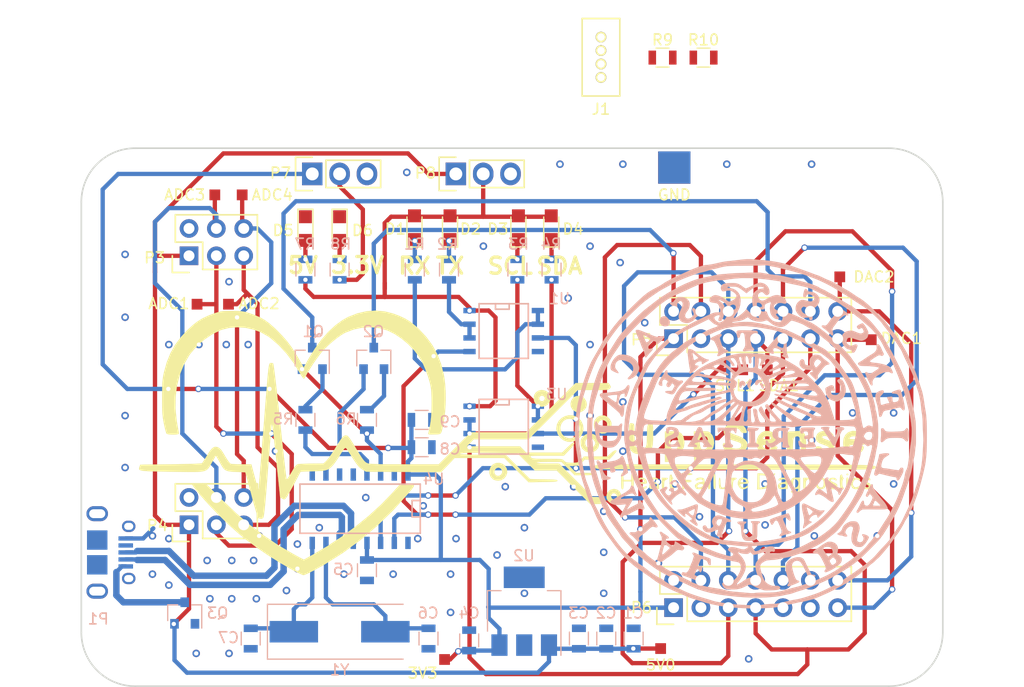
<source format=kicad_pcb>
(kicad_pcb (version 4) (host pcbnew 4.0.6-e0-6349~52~ubuntu17.04.1)
  (title_block (title "Backplane for UppSense") (date 2017-06-20) (rev 1.0) (company "Uppsala University"))
  (layers (0 F.Cu signal) (31 B.Cu signal) (34 B.Paste user) (35 F.Paste user) (36 B.SilkS user hide) (37 F.SilkS user hide) (38 B.Mask user) (39 F.Mask user) (44 Edge.Cuts user))
  (net 0 "")
  (net 1 GND)
  (net 2 ADC1)
  (net 3 ADC2)
  (net 4 DAC1)
  (net 5 ADC3)
  (net 6 DAC2)
  (net 7 GPIO1)
  (net 8 GPIO2)
  (net 9 I2C_SCL)
  (net 10 GPIO3)
  (net 11 I2C_SDA)
  (net 12 GPIO4)
  (net 13 UART_TX)
  (net 14 5V)
  (net 15 ADC4)
  (net 16 GPIO0)
  (net 17 UART_RX)
  (net 18 nRST)
  (net 19 3.3V)
  (net 20 "Net-(C6-Pad1)")
  (net 21 "Net-(C7-Pad1)")
  (net 22 LED_5V)
  (net 23 "Net-(D5-Pad2)")
  (net 24 "Net-(D6-Pad2)")
  (net 25 D-)
  (net 26 D+)
  (net 27 LED_3.3V)
  (net 28 "Net-(Q1-Pad1)")
  (net 29 RTS)
  (net 30 "Net-(Q2-Pad1)")
  (net 31 DTR)
  (net 32 "Net-(R1-Pad2)")
  (net 33 "Net-(R2-Pad2)")
  (net 34 "Net-(R3-Pad2)")
  (net 35 "Net-(R4-Pad2)")
  (net 36 "Net-(D1-Pad1)")
  (net 37 "Net-(D2-Pad1)")
  (net 38 "Net-(D3-Pad1)")
  (net 39 "Net-(D4-Pad1)")
  (net 40 5V_BATT)
  (net 41 5V_USB)
  (net 42 "Net-(P8-Pad2)")
  (net 43 "Net-(R9-Pad1)")
  (net 44 "Net-(R10-Pad1)")
  (module myVias:Stitchging-Via-0.4-0.7 (layer F.Cu) (at 182.294 67.708)
    (fp_text reference REF** hide)
    (fp_text value Stitching-Via-0.5-0.7)
    (pad "" thru_hole circle (at 0 0) (size 0.7 0.7) (drill 0.4) (layers *.Cu) (net 1 GND))
  )
  (module myVias:Stitchging-Via-0.4-0.7 (layer F.Cu) (at 174.42 67.708)
    (fp_text reference REF** hide)
    (fp_text value Stitching-Via-0.5-0.7)
    (pad "" thru_hole circle (at 0 0) (size 0.7 0.7) (drill 0.4) (layers *.Cu) (net 1 GND))
  )
  (module myVias:Stitchging-Via-0.4-0.7 (layer F.Cu) (at 164.768 67.708)
    (fp_text reference REF** hide)
    (fp_text value Stitching-Via-0.5-0.7)
    (pad "" thru_hole circle (at 0 0) (size 0.7 0.7) (drill 0.4) (layers *.Cu) (net 1 GND))
  )
  (module myVias:Stitchging-Via-0.4-0.7 (layer F.Cu) (at 158.926 67.708)
    (fp_text reference REF** hide)
    (fp_text value Stitching-Via-0.5-0.7)
    (pad "" thru_hole circle (at 0 0) (size 0.7 0.7) (drill 0.4) (layers *.Cu) (net 1 GND))
  )
  (module myVias:Stitchging-Via-0.4-0.7 (layer F.Cu) (at 168.07 104.792)
    (fp_text reference REF** hide)
    (fp_text value Stitching-Via-0.5-0.7)
    (pad "" thru_hole circle (at 0 0) (size 0.7 0.7) (drill 0.4) (layers *.Cu) (net 1 GND))
  )
  (module myVias:Stitchging-Via-0.4-0.7 (layer F.Cu) (at 176.452 113.682)
    (fp_text reference REF** hide)
    (fp_text value Stitching-Via-0.5-0.7)
    (pad "" thru_hole circle (at 0 0) (size 0.7 0.7) (drill 0.4) (layers *.Cu) (net 1 GND))
  )
  (module myVias:Stitchging-Via-0.4-0.7 (layer F.Cu) (at 130.986 102.252)
    (fp_text reference REF** hide)
    (fp_text value Stitching-Via-0.5-0.7)
    (pad "" thru_hole circle (at 0 0) (size 0.7 0.7) (drill 0.4) (layers *.Cu) (net 1 GND))
  )
  (module myVias:Stitchging-Via-0.4-0.7 (layer F.Cu) (at 136.574 101.49)
    (fp_text reference REF** hide)
    (fp_text value Stitching-Via-0.5-0.7)
    (pad "" thru_hole circle (at 0 0) (size 0.7 0.7) (drill 0.4) (layers *.Cu) (net 1 GND))
  )
  (module myVias:Stitchging-Via-0.4-0.7 (layer F.Cu) (at 122.604 106.824)
    (fp_text reference REF** hide)
    (fp_text value Stitching-Via-0.5-0.7)
    (pad "" thru_hole circle (at 0 0) (size 0.7 0.7) (drill 0.4) (layers *.Cu) (net 1 GND))
  )
  (module myVias:Stitchging-Via-0.4-0.7 (layer F.Cu) (at 121.08 105.808)
    (fp_text reference REF** hide)
    (fp_text value Stitching-Via-0.5-0.7)
    (pad "" thru_hole circle (at 0 0) (size 0.7 0.7) (drill 0.4) (layers *.Cu) (net 1 GND))
  )
  (module myVias:Stitchging-Via-0.4-0.7 (layer F.Cu) (at 122.604 102.506)
    (fp_text reference REF** hide)
    (fp_text value Stitching-Via-0.5-0.7)
    (pad "" thru_hole circle (at 0 0) (size 0.7 0.7) (drill 0.4) (layers *.Cu) (net 1 GND))
  )
  (module myVias:Stitchging-Via-0.4-0.7 (layer F.Cu) (at 134.542 105.3)
    (fp_text reference REF** hide)
    (fp_text value Stitching-Via-0.5-0.7)
    (pad "" thru_hole circle (at 0 0) (size 0.7 0.7) (drill 0.4) (layers *.Cu) (net 1 GND))
  )
  (module myVias:Stitchging-Via-0.4-0.7 (layer F.Cu) (at 130.732 108.094)
    (fp_text reference REF** hide)
    (fp_text value Stitching-Via-0.5-0.7)
    (pad "" thru_hole circle (at 0 0) (size 0.7 0.7) (drill 0.4) (layers *.Cu) (net 1 GND))
  )
  (module myVias:Stitchging-Via-0.4-0.7 (layer F.Cu) (at 126.414 108.094)
    (fp_text reference REF** hide)
    (fp_text value Stitching-Via-0.5-0.7)
    (pad "" thru_hole circle (at 0 0) (size 0.7 0.7) (drill 0.4) (layers *.Cu) (net 1 GND))
  )
  (module myVias:Stitchging-Via-0.4-0.7 (layer F.Cu) (at 130.478 104.538)
    (fp_text reference REF** hide)
    (fp_text value Stitching-Via-0.5-0.7)
    (pad "" thru_hole circle (at 0 0) (size 0.7 0.7) (drill 0.4) (layers *.Cu) (net 1 GND))
  )
  (module myVias:Stitchging-Via-0.4-0.7 (layer F.Cu) (at 126.16 104.538)
    (fp_text reference REF** hide)
    (fp_text value Stitching-Via-0.5-0.7)
    (pad "" thru_hole circle (at 0 0) (size 0.7 0.7) (drill 0.4) (layers *.Cu) (net 1 GND))
  )
  (module myVias:Stitchging-Via-0.4-0.7 (layer F.Cu) (at 164.768 94.378)
    (fp_text reference REF** hide)
    (fp_text value Stitching-Via-0.5-0.7)
    (pad "" thru_hole circle (at 0 0) (size 0.7 0.7) (drill 0.4) (layers *.Cu) (net 1 GND))
  )
  (module myVias:Stitchging-Via-0.4-0.7 (layer F.Cu) (at 164.768 89.806)
    (fp_text reference REF** hide)
    (fp_text value Stitching-Via-0.5-0.7)
    (pad "" thru_hole circle (at 0 0) (size 0.7 0.7) (drill 0.4) (layers *.Cu) (net 1 GND))
  )
  (module myVias:Stitchging-Via-0.4-0.7 (layer F.Cu) (at 166.8 82.44)
    (fp_text reference REF** hide)
    (fp_text value Stitching-Via-0.5-0.7)
    (pad "" thru_hole circle (at 0 0) (size 0.7 0.7) (drill 0.4) (layers *.Cu) (net 1 GND))
  )
  (module myVias:Stitchging-Via-0.4-0.7 (layer F.Cu) (at 164.514 76.852)
    (fp_text reference REF** hide)
    (fp_text value Stitching-Via-0.5-0.7)
    (pad "" thru_hole circle (at 0 0) (size 0.7 0.7) (drill 0.4) (layers *.Cu) (net 1 GND))
  )
  (module myVias:Stitchging-Via-0.4-0.7 (layer F.Cu) (at 144.702 68.47)
    (fp_text reference REF** hide)
    (fp_text value Stitching-Via-0.5-0.7)
    (pad "" thru_hole circle (at 0 0) (size 0.7 0.7) (drill 0.4) (layers *.Cu) (net 1 GND))
  )
  (module myVias:Stitchging-Via-0.4-0.7 (layer F.Cu) (at 128.192 78.63)
    (fp_text reference REF** hide)
    (fp_text value Stitching-Via-0.5-0.7)
    (pad "" thru_hole circle (at 0 0) (size 0.7 0.7) (drill 0.4) (layers *.Cu) (net 1 GND))
  )
  (module myVias:Stitchging-Via-0.4-0.7 (layer F.Cu) (at 132.51 94.378)
    (fp_text reference REF** hide)
    (fp_text value Stitching-Via-0.5-0.7)
    (pad "" thru_hole circle (at 0 0) (size 0.7 0.7) (drill 0.4) (layers *.Cu) (net 1 GND))
  )
  (module myVias:Stitchging-Via-0.4-0.7 (layer F.Cu) (at 129.97 84.472)
    (fp_text reference REF** hide)
    (fp_text value Stitching-Via-0.5-0.7)
    (pad "" thru_hole circle (at 0 0) (size 0.7 0.7) (drill 0.4) (layers *.Cu) (net 1 GND))
  )
  (module myVias:Stitchging-Via-0.4-0.7 (layer F.Cu) (at 127.938 84.472)
    (fp_text reference REF** hide)
    (fp_text value Stitching-Via-0.5-0.7)
    (pad "" thru_hole circle (at 0 0) (size 0.7 0.7) (drill 0.4) (layers *.Cu) (net 1 GND))
  )
  (module myVias:Stitchging-Via-0.4-0.7 (layer F.Cu) (at 125.398 84.472)
    (fp_text reference REF** hide)
    (fp_text value Stitching-Via-0.5-0.7)
    (pad "" thru_hole circle (at 0 0) (size 0.7 0.7) (drill 0.4) (layers *.Cu) (net 1 GND))
  )
  (module myVias:Stitchging-Via-0.4-0.7 (layer F.Cu) (at 122.604 84.472)
    (fp_text reference REF** hide)
    (fp_text value Stitching-Via-0.5-0.7)
    (pad "" thru_hole circle (at 0 0) (size 0.7 0.7) (drill 0.4) (layers *.Cu) (net 1 GND))
  )
  (module myVias:Stitchging-Via-0.4-0.7 (layer F.Cu) (at 118.54 95.902)
    (fp_text reference REF** hide)
    (fp_text value Stitching-Via-0.5-0.7)
    (pad "" thru_hole circle (at 0 0) (size 0.7 0.7) (drill 0.4) (layers *.Cu) (net 1 GND))
  )
  (module myVias:Stitchging-Via-0.4-0.7 (layer F.Cu) (at 118.54 81.932)
    (fp_text reference REF** hide)
    (fp_text value Stitching-Via-0.5-0.7)
    (pad "" thru_hole circle (at 0 0) (size 0.7 0.7) (drill 0.4) (layers *.Cu) (net 1 GND))
  )
  (module myVias:Stitchging-Via-0.4-0.7 (layer F.Cu) (at 118.54 76.09)
    (fp_text reference REF** hide)
    (fp_text value Stitching-Via-0.5-0.7)
    (pad "" thru_hole circle (at 0 0) (size 0.7 0.7) (drill 0.4) (layers *.Cu) (net 1 GND))
  )
  (module myVias:Stitchging-Via-0.4-0.7 (layer F.Cu) (at 118.54 91.076)
    (fp_text reference REF** hide)
    (fp_text value Stitching-Via-0.5-0.7)
    (pad "" thru_hole circle (at 0 0) (size 0.7 0.7) (drill 0.4) (layers *.Cu) (net 1 GND))
  )
  (module myVias:Stitchging-Via-0.4-0.7 (layer F.Cu) (at 121.08 102.252)
    (fp_text reference REF** hide)
    (fp_text value Stitching-Via-0.5-0.7)
    (pad "" thru_hole circle (at 0 0) (size 0.7 0.7) (drill 0.4) (layers *.Cu) (net 1 GND))
  )
  (module myVias:Stitchging-Via-0.4-0.7 (layer F.Cu) (at 128.446 104.538)
    (fp_text reference REF** hide)
    (fp_text value Stitching-Via-0.5-0.7)
    (pad "" thru_hole circle (at 0 0) (size 0.7 0.7) (drill 0.4) (layers *.Cu) (net 1 GND))
  )
  (module myVias:Stitchging-Via-0.4-0.7 (layer F.Cu) (at 133.526 107.332)
    (fp_text reference REF** hide)
    (fp_text value Stitching-Via-0.5-0.7)
    (pad "" thru_hole circle (at 0 0) (size 0.7 0.7) (drill 0.4) (layers *.Cu) (net 1 GND))
  )
  (module myVias:Stitchging-Via-0.4-0.7 (layer F.Cu) (at 134.542 103.014)
    (fp_text reference REF** hide)
    (fp_text value Stitching-Via-0.5-0.7)
    (pad "" thru_hole circle (at 0 0) (size 0.7 0.7) (drill 0.4) (layers *.Cu) (net 1 GND))
  )
  (module myVias:Stitchging-Via-0.4-0.7 (layer F.Cu) (at 128.192 113.174)
    (fp_text reference REF** hide)
    (fp_text value Stitching-Via-0.5-0.7)
    (pad "" thru_hole circle (at 0 0) (size 0.7 0.7) (drill 0.4) (layers *.Cu) (net 1 GND))
  )
  (module myVias:Stitchging-Via-0.4-0.7 (layer F.Cu) (at 128.446 108.094)
    (fp_text reference REF** hide)
    (fp_text value Stitching-Via-0.5-0.7)
    (pad "" thru_hole circle (at 0 0) (size 0.7 0.7) (drill 0.4) (layers *.Cu) (net 1 GND))
  )
  (module myVias:Stitchging-Via-0.4-0.7 (layer F.Cu) (at 125.144 113.174)
    (fp_text reference REF** hide)
    (fp_text value Stitching-Via-0.5-0.7)
    (pad "" thru_hole circle (at 0 0) (size 0.7 0.7) (drill 0.4) (layers *.Cu) (net 1 GND))
  )
  (module myVias:Stitchging-Via-0.4-0.7 (layer F.Cu) (at 140.892 98.696)
    (fp_text reference REF** hide)
    (fp_text value Stitching-Via-0.5-0.7)
    (pad "" thru_hole circle (at 0 0) (size 0.7 0.7) (drill 0.4) (layers *.Cu) (net 1 GND))
  )
  (module myVias:Stitchging-Via-0.4-0.7 (layer F.Cu) (at 146.226 99.458)
    (fp_text reference REF** hide)
    (fp_text value Stitching-Via-0.5-0.7)
    (pad "" thru_hole circle (at 0 0) (size 0.7 0.7) (drill 0.4) (layers *.Cu) (net 1 GND))
  )
  (module myVias:Stitchging-Via-0.4-0.7 (layer F.Cu) (at 160.196 97.68)
    (fp_text reference REF** hide)
    (fp_text value Stitching-Via-0.5-0.7)
    (pad "" thru_hole circle (at 0 0) (size 0.7 0.7) (drill 0.4) (layers *.Cu) (net 1 GND))
  )
  (module myVias:Stitchging-Via-0.4-0.7 (layer F.Cu) (at 153.846 97.68)
    (fp_text reference REF** hide)
    (fp_text value Stitching-Via-0.5-0.7)
    (pad "" thru_hole circle (at 0 0) (size 0.7 0.7) (drill 0.4) (layers *.Cu) (net 1 GND))
  )
  (module myVias:Stitchging-Via-0.4-0.7 (layer F.Cu) (at 151.814 75.328)
    (fp_text reference REF** hide)
    (fp_text value Stitching-Via-0.5-0.7)
    (pad "" thru_hole circle (at 0 0) (size 0.7 0.7) (drill 0.4) (layers *.Cu) (net 1 GND))
  )
  (module myVias:Stitchging-Via-0.4-0.7 (layer F.Cu) (at 159.688 80.154)
    (fp_text reference REF** hide)
    (fp_text value Stitching-Via-0.5-0.7)
    (pad "" thru_hole circle (at 0 0) (size 0.7 0.7) (drill 0.4) (layers *.Cu) (net 1 GND))
  )
  (module myVias:Stitchging-Via-0.4-0.7 (layer F.Cu) (at 161.72 75.328)
    (fp_text reference REF** hide)
    (fp_text value Stitching-Via-0.5-0.7)
    (pad "" thru_hole circle (at 0 0) (size 0.7 0.7) (drill 0.4) (layers *.Cu) (net 1 GND))
  )
  (module myVias:Stitchging-Via-0.4-0.7 (layer F.Cu) (at 161.72 84.472)
    (fp_text reference REF** hide)
    (fp_text value Stitching-Via-0.5-0.7)
    (pad "" thru_hole circle (at 0 0) (size 0.7 0.7) (drill 0.4) (layers *.Cu) (net 1 GND))
  )
  (module myVias:Stitchging-Via-0.4-0.7 (layer F.Cu) (at 161.72 91.076)
    (fp_text reference REF** hide)
    (fp_text value Stitching-Via-0.5-0.7)
    (pad "" thru_hole circle (at 0 0) (size 0.7 0.7) (drill 0.4) (layers *.Cu) (net 1 GND))
  )
  (module myVias:Stitchging-Via-0.4-0.7 (layer F.Cu) (at 189.914 97.426)
    (fp_text reference REF** hide)
    (fp_text value Stitching-Via-0.5-0.7)
    (pad "" thru_hole circle (at 0 0) (size 0.7 0.7) (drill 0.4) (layers *.Cu) (net 1 GND))
  )
  (module myVias:Stitchging-Via-0.4-0.7 (layer F.Cu) (at 186.104 90.822)
    (fp_text reference REF** hide)
    (fp_text value Stitching-Via-0.5-0.7)
    (pad "" thru_hole circle (at 0 0) (size 0.7 0.7) (drill 0.4) (layers *.Cu) (net 1 GND))
  )
  (module myVias:Stitchging-Via-0.4-0.7 (layer F.Cu) (at 189.914 90.822)
    (fp_text reference REF** hide)
    (fp_text value Stitching-Via-0.5-0.7)
    (pad "" thru_hole circle (at 0 0) (size 0.7 0.7) (drill 0.4) (layers *.Cu) (net 1 GND))
  )
  (module myVias:Stitchging-Via-0.4-0.7 (layer F.Cu) (at 188.39 102.252)
    (fp_text reference REF** hide)
    (fp_text value Stitching-Via-0.5-0.7)
    (pad "" thru_hole circle (at 0 0) (size 0.7 0.7) (drill 0.4) (layers *.Cu) (net 1 GND))
  )
  (module myVias:Stitchging-Via-0.4-0.7 (layer F.Cu) (at 182.294 93.362)
    (fp_text reference REF** hide)
    (fp_text value Stitching-Via-0.5-0.7)
    (pad "" thru_hole circle (at 0 0) (size 0.7 0.7) (drill 0.4) (layers *.Cu) (net 1 GND))
  )
  (module myVias:Stitchging-Via-0.4-0.7 (layer F.Cu) (at 182.548 102.252)
    (fp_text reference REF** hide)
    (fp_text value Stitching-Via-0.5-0.7)
    (pad "" thru_hole circle (at 0 0) (size 0.7 0.7) (drill 0.4) (layers *.Cu) (net 1 GND))
  )
  (module myVias:Stitchging-Via-0.4-0.7 (layer F.Cu) (at 177.976 97.426)
    (fp_text reference REF** hide)
    (fp_text value Stitching-Via-0.5-0.7)
    (pad "" thru_hole circle (at 0 0) (size 0.7 0.7) (drill 0.4) (layers *.Cu) (net 1 GND))
  )
  (module myVias:Stitchging-Via-0.4-0.7 (layer F.Cu) (at 177.976 101.236)
    (fp_text reference REF** hide)
    (fp_text value Stitching-Via-0.5-0.7)
    (pad "" thru_hole circle (at 0 0) (size 0.7 0.7) (drill 0.4) (layers *.Cu) (net 1 GND))
  )
  (module myVias:Stitchging-Via-0.4-0.7 (layer F.Cu) (at 169.594 97.426)
    (fp_text reference REF** hide)
    (fp_text value Stitching-Via-0.5-0.7)
    (pad "" thru_hole circle (at 0 0) (size 0.7 0.7) (drill 0.4) (layers *.Cu) (net 1 GND))
  )
  (module myVias:Stitchging-Via-0.4-0.7 (layer F.Cu) (at 171.88 100.474)
    (fp_text reference REF** hide)
    (fp_text value Stitching-Via-0.5-0.7)
    (pad "" thru_hole circle (at 0 0) (size 0.7 0.7) (drill 0.4) (layers *.Cu) (net 1 GND))
  )
  (module myVias:Stitchging-Via-0.4-0.7 (layer F.Cu) (at 155.624 107.586)
    (fp_text reference REF** hide)
    (fp_text value Stitching-Via-0.5-0.7)
    (pad "" thru_hole circle (at 0 0) (size 0.7 0.7) (drill 0.4) (layers *.Cu) (net 1 GND))
  )
  (module myVias:Stitchging-Via-0.4-0.7 (layer F.Cu) (at 153.084 104.03)
    (fp_text reference REF** hide)
    (fp_text value Stitching-Via-0.5-0.7)
    (pad "" thru_hole circle (at 0 0) (size 0.7 0.7) (drill 0.4) (layers *.Cu) (net 1 GND))
  )
  (module myVias:Stitchging-Via-0.4-0.7 (layer F.Cu) (at 149.274 102.506)
    (fp_text reference REF** hide)
    (fp_text value Stitching-Via-0.5-0.7)
    (pad "" thru_hole circle (at 0 0) (size 0.7 0.7) (drill 0.4) (layers *.Cu) (net 1 GND))
  )
  (module myVias:Stitchging-Via-0.4-0.7 (layer F.Cu) (at 155.624 101.49)
    (fp_text reference REF** hide)
    (fp_text value Stitching-Via-0.5-0.7)
    (pad "" thru_hole circle (at 0 0) (size 0.7 0.7) (drill 0.4) (layers *.Cu) (net 1 GND))
  )
  (module myVias:Stitchging-Via-0.4-0.7 (layer F.Cu) (at 162.99 99.966)
    (fp_text reference REF** hide)
    (fp_text value Stitching-Via-0.5-0.7)
    (pad "" thru_hole circle (at 0 0) (size 0.7 0.7) (drill 0.4) (layers *.Cu) (net 1 GND))
  )
  (module myVias:Stitchging-Via-0.4-0.7 (layer F.Cu) (at 162.99 103.776)
    (fp_text reference REF** hide)
    (fp_text value Stitching-Via-0.5-0.7)
    (pad "" thru_hole circle (at 0 0) (size 0.7 0.7) (drill 0.4) (layers *.Cu) (net 1 GND))
  )
  (module myVias:Stitchging-Via-0.4-0.7 (layer F.Cu) (at 162.99 107.586)
    (fp_text reference REF** hide)
    (fp_text value Stitching-Via-0.5-0.7)
    (pad "" thru_hole circle (at 0 0) (size 0.7 0.7) (drill 0.4) (layers *.Cu) (net 1 GND))
  )
  (module myVias:Stitchging-Via-0.4-0.7 (layer F.Cu) (at 138.86 105.808)
    (fp_text reference REF** hide)
    (fp_text value Stitching-Via-0.5-0.7)
    (pad "" thru_hole circle (at 0 0) (size 0.7 0.7) (drill 0.4) (layers *.Cu) (net 1 GND))
  )
  (module myVias:Stitchging-Via-0.4-0.7 (layer F.Cu) (at 148.766 109.364)
    (fp_text reference REF** hide)
    (fp_text value Stitching-Via-0.5-0.7)
    (pad "" thru_hole circle (at 0 0) (size 0.7 0.7) (drill 0.4) (layers *.Cu) (net 1 GND))
  )
  (module myVias:Stitchging-Via-0.4-0.7 (layer F.Cu) (at 148.766 105.808)
    (fp_text reference REF** hide)
    (fp_text value Stitching-Via-0.5-0.7)
    (pad "" thru_hole circle (at 0 0) (size 0.7 0.7) (drill 0.4) (layers *.Cu) (net 1 GND))
  )
  (module myVias:Stitchging-Via-0.4-0.7 (layer F.Cu) (at 143.432 105.808)
    (fp_text reference REF** hide)
    (fp_text value Stitching-Via-0.5-0.7)
    (pad "" thru_hole circle (at 0 0) (size 0.7 0.7) (drill 0.4) (layers *.Cu) (net 1 GND))
  )
  (module myTestPoints:TP_SMD_quadr_1mm (layer F.Cu) (at 184.912 78.18)
    (fp_text reference DAC2 (at 3.175 0) (layer F.SilkS))
    (fp_text value TEST)
    (pad 1 smd rect (at 0 0) (size 1 1) (layers F.Cu F.Paste F.Mask) (net 6 DAC2))
  )
  (module myTestPoints:TP_SMD_quadr_3mm (layer F.Cu) (at 169.545 68.02)
    (fp_text reference GND1 hide)
    (fp_text value TEST)
    (pad 1 smd rect (at 0 0) (size 3 3) (layers F.Cu F.Paste F.Mask) (net 1 GND))
  )
  (module Pin_Headers:Pin_Header_Straight_2x03 (layer F.Cu) (at 124.476 76.222 90)
    (fp_text reference P3 (at -0.18 -3.191 180) (layer F.SilkS))
    (fp_text value CONN_02X03)
    (pad 1 thru_hole rect (at 0 0 90) (size 1.7272 1.7272) (drill 1.016) (layers *.Cu *.Mask) (net 14 5V))
    (pad 2 thru_hole oval (at 2.54 0 90) (size 1.7272 1.7272) (drill 1.016) (layers *.Cu *.Mask) (net 1 GND))
    (pad 3 thru_hole oval (at 0 2.54 90) (size 1.7272 1.7272) (drill 1.016) (layers *.Cu *.Mask) (net 2 ADC1))
    (pad 4 thru_hole oval (at 2.54 2.54 90) (size 1.7272 1.7272) (drill 1.016) (layers *.Cu *.Mask) (net 5 ADC3))
    (pad 5 thru_hole oval (at 0 5.08 90) (size 1.7272 1.7272) (drill 1.016) (layers *.Cu *.Mask) (net 3 ADC2))
    (pad 6 thru_hole oval (at 2.54 5.08 90) (size 1.7272 1.7272) (drill 1.016) (layers *.Cu *.Mask) (net 15 ADC4))
  )
  (module Pin_Headers:Pin_Header_Straight_2x03 (layer F.Cu) (at 124.476 101.222 90)
    (fp_text reference P4 (at -0.072 -2.937 180) (layer F.SilkS))
    (fp_text value CONN_02X03)
    (pad 1 thru_hole rect (at 0 0 90) (size 1.7272 1.7272) (drill 1.016) (layers *.Cu *.Mask) (net 14 5V))
    (pad 2 thru_hole oval (at 2.54 0 90) (size 1.7272 1.7272) (drill 1.016) (layers *.Cu *.Mask) (net 1 GND))
    (pad 3 thru_hole oval (at 0 2.54 90) (size 1.7272 1.7272) (drill 1.016) (layers *.Cu *.Mask) (net 2 ADC1))
    (pad 4 thru_hole oval (at 2.54 2.54 90) (size 1.7272 1.7272) (drill 1.016) (layers *.Cu *.Mask) (net 5 ADC3))
    (pad 5 thru_hole oval (at 0 5.08 90) (size 1.7272 1.7272) (drill 1.016) (layers *.Cu *.Mask) (net 3 ADC2))
    (pad 6 thru_hole oval (at 2.54 5.08 90) (size 1.7272 1.7272) (drill 1.016) (layers *.Cu *.Mask) (net 15 ADC4))
  )
  (module Pin_Headers:Pin_Header_Straight_2x07 (layer F.Cu) (at 169.476 83.922 90)
    (fp_text reference P5 (at -0.1 -2.979 180) (layer F.SilkS))
    (fp_text value CONN_02X07)
    (pad 1 thru_hole rect (at 0 0 90) (size 1.7272 1.7272) (drill 1.016) (layers *.Cu *.Mask) (net 19 3.3V))
    (pad 2 thru_hole oval (at 2.54 0 90) (size 1.7272 1.7272) (drill 1.016) (layers *.Cu *.Mask) (net 16 GPIO0))
    (pad 3 thru_hole oval (at 0 2.54 90) (size 1.7272 1.7272) (drill 1.016) (layers *.Cu *.Mask) (net 1 GND))
    (pad 4 thru_hole oval (at 2.54 2.54 90) (size 1.7272 1.7272) (drill 1.016) (layers *.Cu *.Mask) (net 7 GPIO1))
    (pad 5 thru_hole oval (at 0 5.08 90) (size 1.7272 1.7272) (drill 1.016) (layers *.Cu *.Mask) (net 9 I2C_SCL))
    (pad 6 thru_hole oval (at 2.54 5.08 90) (size 1.7272 1.7272) (drill 1.016) (layers *.Cu *.Mask) (net 8 GPIO2))
    (pad 7 thru_hole oval (at 0 7.62 90) (size 1.7272 1.7272) (drill 1.016) (layers *.Cu *.Mask) (net 11 I2C_SDA))
    (pad 8 thru_hole oval (at 2.54 7.62 90) (size 1.7272 1.7272) (drill 1.016) (layers *.Cu *.Mask) (net 10 GPIO3))
    (pad 9 thru_hole oval (at 0 10.16 90) (size 1.7272 1.7272) (drill 1.016) (layers *.Cu *.Mask) (net 13 UART_TX))
    (pad 10 thru_hole oval (at 2.54 10.16 90) (size 1.7272 1.7272) (drill 1.016) (layers *.Cu *.Mask) (net 12 GPIO4))
    (pad 11 thru_hole oval (at 0 12.7 90) (size 1.7272 1.7272) (drill 1.016) (layers *.Cu *.Mask) (net 17 UART_RX))
    (pad 12 thru_hole oval (at 2.54 12.7 90) (size 1.7272 1.7272) (drill 1.016) (layers *.Cu *.Mask) (net 18 nRST))
    (pad 13 thru_hole oval (at 0 15.24 90) (size 1.7272 1.7272) (drill 1.016) (layers *.Cu *.Mask) (net 4 DAC1))
    (pad 14 thru_hole oval (at 2.54 15.24 90) (size 1.7272 1.7272) (drill 1.016) (layers *.Cu *.Mask) (net 6 DAC2))
  )
  (module Pin_Headers:Pin_Header_Straight_2x07 (layer F.Cu) (at 169.476 108.922 90)
    (fp_text reference P6 (at 0.008 -2.979 180) (layer F.SilkS))
    (fp_text value CONN_02X07)
    (pad 1 thru_hole rect (at 0 0 90) (size 1.7272 1.7272) (drill 1.016) (layers *.Cu *.Mask) (net 19 3.3V))
    (pad 2 thru_hole oval (at 2.54 0 90) (size 1.7272 1.7272) (drill 1.016) (layers *.Cu *.Mask))
    (pad 3 thru_hole oval (at 0 2.54 90) (size 1.7272 1.7272) (drill 1.016) (layers *.Cu *.Mask) (net 1 GND))
    (pad 4 thru_hole oval (at 2.54 2.54 90) (size 1.7272 1.7272) (drill 1.016) (layers *.Cu *.Mask) (net 7 GPIO1))
    (pad 5 thru_hole oval (at 0 5.08 90) (size 1.7272 1.7272) (drill 1.016) (layers *.Cu *.Mask) (net 9 I2C_SCL))
    (pad 6 thru_hole oval (at 2.54 5.08 90) (size 1.7272 1.7272) (drill 1.016) (layers *.Cu *.Mask) (net 8 GPIO2))
    (pad 7 thru_hole oval (at 0 7.62 90) (size 1.7272 1.7272) (drill 1.016) (layers *.Cu *.Mask) (net 11 I2C_SDA))
    (pad 8 thru_hole oval (at 2.54 7.62 90) (size 1.7272 1.7272) (drill 1.016) (layers *.Cu *.Mask) (net 10 GPIO3))
    (pad 9 thru_hole oval (at 0 10.16 90) (size 1.7272 1.7272) (drill 1.016) (layers *.Cu *.Mask))
    (pad 10 thru_hole oval (at 2.54 10.16 90) (size 1.7272 1.7272) (drill 1.016) (layers *.Cu *.Mask) (net 12 GPIO4))
    (pad 11 thru_hole oval (at 0 12.7 90) (size 1.7272 1.7272) (drill 1.016) (layers *.Cu *.Mask))
    (pad 12 thru_hole oval (at 2.54 12.7 90) (size 1.7272 1.7272) (drill 1.016) (layers *.Cu *.Mask))
    (pad 13 thru_hole oval (at 0 15.24 90) (size 1.7272 1.7272) (drill 1.016) (layers *.Cu *.Mask) (net 4 DAC1))
    (pad 14 thru_hole oval (at 2.54 15.24 90) (size 1.7272 1.7272) (drill 1.016) (layers *.Cu *.Mask) (net 6 DAC2))
  )
  (module SMD_Packages:SO-16-N (layer B.Cu) (at 140.366 99.727 180)
    (fp_text reference U4 (at -6.827 2.751 180) (layer B.SilkS) (effects (justify mirror)))
    (fp_text value CH340G)
    (pad 16 smd rect (at -4.445 3.175 180) (size 0.508 1.143) (layers B.Cu B.Paste B.Mask) (net 19 3.3V))
    (pad 14 smd rect (at -1.905 3.175 180) (size 0.508 1.143) (layers B.Cu B.Paste B.Mask) (net 29 RTS))
    (pad 13 smd rect (at -0.635 3.175 180) (size 0.508 1.143) (layers B.Cu B.Paste B.Mask) (net 31 DTR))
    (pad 12 smd rect (at 0.635 3.175 180) (size 0.508 1.143) (layers B.Cu B.Paste B.Mask))
    (pad 11 smd rect (at 1.905 3.175 180) (size 0.508 1.143) (layers B.Cu B.Paste B.Mask))
    (pad 10 smd rect (at 3.175 3.175 180) (size 0.508 1.143) (layers B.Cu B.Paste B.Mask))
    (pad 9 smd rect (at 4.445 3.175 180) (size 0.508 1.143) (layers B.Cu B.Paste B.Mask))
    (pad 8 smd rect (at 4.445 -3.175 180) (size 0.508 1.143) (layers B.Cu B.Paste B.Mask) (net 21 "Net-(C7-Pad1)"))
    (pad 7 smd rect (at 3.175 -3.175 180) (size 0.508 1.143) (layers B.Cu B.Paste B.Mask) (net 20 "Net-(C6-Pad1)"))
    (pad 6 smd rect (at 1.905 -3.175 180) (size 0.508 1.143) (layers B.Cu B.Paste B.Mask) (net 25 D-))
    (pad 5 smd rect (at 0.635 -3.175 180) (size 0.508 1.143) (layers B.Cu B.Paste B.Mask) (net 26 D+))
    (pad 4 smd rect (at -0.635 -3.175 180) (size 0.508 1.143) (layers B.Cu B.Paste B.Mask) (net 19 3.3V))
    (pad 3 smd rect (at -1.905 -3.175 180) (size 0.508 1.143) (layers B.Cu B.Paste B.Mask) (net 44 "Net-(R10-Pad1)"))
    (pad 2 smd rect (at -3.175 -3.175 180) (size 0.508 1.143) (layers B.Cu B.Paste B.Mask) (net 43 "Net-(R9-Pad1)"))
    (pad 1 smd rect (at -4.445 -3.175 180) (size 0.508 1.143) (layers B.Cu B.Paste B.Mask) (net 1 GND))
    (pad 15 smd rect (at -3.175 3.175 180) (size 0.508 1.143) (layers B.Cu B.Paste B.Mask))
  )
  (module Resistors_SMD:R_0805 (layer B.Cu) (at 165.766 111.792 90)
    (fp_text reference C1 (at 2.37 -0.031 180) (layer B.SilkS) (effects (justify mirror)))
    (fp_text value 10u)
    (pad 1 smd rect (at -0.95 0 90) (size 0.7 1.3) (layers B.Cu B.Paste B.Mask) (net 14 5V))
    (pad 2 smd rect (at 0.95 0 90) (size 0.7 1.3) (layers B.Cu B.Paste B.Mask) (net 1 GND))
  )
  (module Resistors_SMD:R_0805 (layer B.Cu) (at 163.226 111.792 90)
    (fp_text reference C2 (at 2.37 -0.031 180) (layer B.SilkS) (effects (justify mirror)))
    (fp_text value 1u)
    (pad 1 smd rect (at -0.95 0 90) (size 0.7 1.3) (layers B.Cu B.Paste B.Mask) (net 14 5V))
    (pad 2 smd rect (at 0.95 0 90) (size 0.7 1.3) (layers B.Cu B.Paste B.Mask) (net 1 GND))
  )
  (module Resistors_SMD:R_0805 (layer B.Cu) (at 160.686 111.792 90)
    (fp_text reference C3 (at 2.37 -0.031 180) (layer B.SilkS) (effects (justify mirror)))
    (fp_text value 100n)
    (pad 1 smd rect (at -0.95 0 90) (size 0.7 1.3) (layers B.Cu B.Paste B.Mask) (net 14 5V))
    (pad 2 smd rect (at 0.95 0 90) (size 0.7 1.3) (layers B.Cu B.Paste B.Mask) (net 1 GND))
  )
  (module Resistors_SMD:R_0805 (layer B.Cu) (at 150.495 111.962 90)
    (fp_text reference C4 (at 2.54 0 180) (layer B.SilkS) (effects (justify mirror)))
    (fp_text value 1u)
    (pad 1 smd rect (at -0.95 0 90) (size 0.7 1.3) (layers B.Cu B.Paste B.Mask) (net 19 3.3V))
    (pad 2 smd rect (at 0.95 0 90) (size 0.7 1.3) (layers B.Cu B.Paste B.Mask) (net 1 GND))
  )
  (module Resistors_SMD:R_0805 (layer B.Cu) (at 141.001 105.442 270)
    (fp_text reference C5 (at -0.084 2.19 360) (layer B.SilkS) (effects (justify mirror)))
    (fp_text value 100n)
    (pad 1 smd rect (at -0.95 0 270) (size 0.7 1.3) (layers B.Cu B.Paste B.Mask) (net 19 3.3V))
    (pad 2 smd rect (at 0.95 0 270) (size 0.7 1.3) (layers B.Cu B.Paste B.Mask) (net 1 GND))
  )
  (module Resistors_SMD:R_0805 (layer B.Cu) (at 146.716 111.792 270)
    (fp_text reference C6 (at -2.37 0.031 360) (layer B.SilkS) (effects (justify mirror)))
    (fp_text value 22p)
    (pad 1 smd rect (at -0.95 0 270) (size 0.7 1.3) (layers B.Cu B.Paste B.Mask) (net 20 "Net-(C6-Pad1)"))
    (pad 2 smd rect (at 0.95 0 270) (size 0.7 1.3) (layers B.Cu B.Paste B.Mask) (net 1 GND))
  )
  (module Resistors_SMD:R_0805 (layer B.Cu) (at 130.206 111.792 270)
    (fp_text reference C7 (at -0.084 2.063 360) (layer B.SilkS) (effects (justify mirror)))
    (fp_text value 22p)
    (pad 1 smd rect (at -0.95 0 270) (size 0.7 1.3) (layers B.Cu B.Paste B.Mask) (net 21 "Net-(C7-Pad1)"))
    (pad 2 smd rect (at 0.95 0 270) (size 0.7 1.3) (layers B.Cu B.Paste B.Mask) (net 1 GND))
  )
  (module Resistors_SMD:R_0805 (layer B.Cu) (at 146.081 94.012)
    (fp_text reference C8 (at 2.636 0.17) (layer B.SilkS) (effects (justify mirror)))
    (fp_text value 1u)
    (pad 1 smd rect (at -0.95 0) (size 0.7 1.3) (layers B.Cu B.Paste B.Mask) (net 19 3.3V))
    (pad 2 smd rect (at 0.95 0) (size 0.7 1.3) (layers B.Cu B.Paste B.Mask) (net 1 GND))
  )
  (module Resistors_SMD:R_0805 (layer B.Cu) (at 146.081 91.472)
    (fp_text reference C9 (at 2.636 0.17) (layer B.SilkS) (effects (justify mirror)))
    (fp_text value 100n)
    (pad 1 smd rect (at -0.95 0) (size 0.7 1.3) (layers B.Cu B.Paste B.Mask) (net 19 3.3V))
    (pad 2 smd rect (at 0.95 0) (size 0.7 1.3) (layers B.Cu B.Paste B.Mask) (net 1 GND))
  )
  (module LEDs:LED_0805 (layer F.Cu) (at 145.415 73.608 90)
    (fp_text reference D1 (at -0.127 -1.778 180) (layer F.SilkS))
    (fp_text value LED)
    (pad 2 smd rect (at 1.1 0 270) (size 1.2 1.2) (layers F.Cu F.Paste F.Mask) (net 22 LED_5V))
    (pad 1 smd rect (at -1.1 0 270) (size 1.2 1.2) (layers F.Cu F.Paste F.Mask) (net 36 "Net-(D1-Pad1)"))
  )
  (module LEDs:LED_0805 (layer F.Cu) (at 148.717 73.608 90)
    (fp_text reference D2 (at -0.127 1.905 180) (layer F.SilkS))
    (fp_text value LED)
    (pad 2 smd rect (at 1.1 0 270) (size 1.2 1.2) (layers F.Cu F.Paste F.Mask) (net 22 LED_5V))
    (pad 1 smd rect (at -1.1 0 270) (size 1.2 1.2) (layers F.Cu F.Paste F.Mask) (net 37 "Net-(D2-Pad1)"))
  )
  (module LEDs:LED_0805 (layer F.Cu) (at 155.067 73.608 90)
    (fp_text reference D3 (at -0.127 -1.905 180) (layer F.SilkS))
    (fp_text value LED)
    (pad 2 smd rect (at 1.1 0 270) (size 1.2 1.2) (layers F.Cu F.Paste F.Mask) (net 22 LED_5V))
    (pad 1 smd rect (at -1.1 0 270) (size 1.2 1.2) (layers F.Cu F.Paste F.Mask) (net 38 "Net-(D3-Pad1)"))
  )
  (module LEDs:LED_0805 (layer F.Cu) (at 158.115 73.608 90)
    (fp_text reference D4 (at -0.127 2.032 180) (layer F.SilkS))
    (fp_text value LED)
    (pad 2 smd rect (at 1.1 0 270) (size 1.2 1.2) (layers F.Cu F.Paste F.Mask) (net 22 LED_5V))
    (pad 1 smd rect (at -1.1 0 270) (size 1.2 1.2) (layers F.Cu F.Paste F.Mask) (net 39 "Net-(D4-Pad1)"))
  )
  (module LEDs:LED_0805 (layer F.Cu) (at 135.286 73.692 270)
    (fp_text reference D5 (at 0.17 2.063 360) (layer F.SilkS))
    (fp_text value LED)
    (pad 2 smd rect (at 1.1 0 90) (size 1.2 1.2) (layers F.Cu F.Paste F.Mask) (net 23 "Net-(D5-Pad2)"))
    (pad 1 smd rect (at -1.1 0 90) (size 1.2 1.2) (layers F.Cu F.Paste F.Mask) (net 1 GND))
  )
  (module LEDs:LED_0805 (layer F.Cu) (at 138.461 73.692 270)
    (fp_text reference D6 (at 0.17 -2.128 360) (layer F.SilkS))
    (fp_text value LED)
    (pad 2 smd rect (at 1.1 0 90) (size 1.2 1.2) (layers F.Cu F.Paste F.Mask) (net 24 "Net-(D6-Pad2)"))
    (pad 1 smd rect (at -1.1 0 90) (size 1.2 1.2) (layers F.Cu F.Paste F.Mask) (net 1 GND))
  )
  (module mySamtec:Samtec-PHT-1-3-01-L-S (layer F.Cu) (at 135.921 68.612 90)
    (fp_text reference P7 (at 0.084 -2.952 180) (layer F.SilkS))
    (fp_text value CONN_01X03)
    (pad 1 thru_hole rect (at 0 0 90) (size 2.1 1.9) (drill 1.2) (layers *.Cu *.Mask) (net 19 3.3V))
    (pad 2 thru_hole oval (at 0 2.54 90) (size 2.1 1.9) (drill 1.2) (layers *.Cu *.Mask) (net 27 LED_3.3V))
    (pad 3 thru_hole oval (at 0 5.08 90) (size 2.1 1.9) (drill 1.2) (layers *.Cu *.Mask))
  )
  (module mySamtec:Samtec-PHT-1-3-01-L-S (layer F.Cu) (at 149.256 68.612 90)
    (fp_text reference P8 (at 0.084 -2.825 180) (layer F.SilkS))
    (fp_text value CONN_01X03)
    (pad 1 thru_hole rect (at 0 0 90) (size 2.1 1.9) (drill 1.2) (layers *.Cu *.Mask) (net 41 5V_USB))
    (pad 2 thru_hole oval (at 0 2.54 90) (size 2.1 1.9) (drill 1.2) (layers *.Cu *.Mask) (net 42 "Net-(P8-Pad2)"))
    (pad 3 thru_hole oval (at 0 5.08 90) (size 2.1 1.9) (drill 1.2) (layers *.Cu *.Mask) (net 40 5V_BATT))
  )
  (module SOT-23 (layer B.Cu) (at 135.921 85.757 90)
    (fp_text reference Q1 (at 2.497 0.096 180) (layer B.SilkS) (effects (justify mirror)))
    (fp_text value MMBT3904)
    (pad 1 smd rect (at -1 0.95 90) (size 0.9 0.8) (layers B.Cu B.Paste B.Mask) (net 28 "Net-(Q1-Pad1)"))
    (pad 2 smd rect (at -1 -0.95 90) (size 0.9 0.8) (layers B.Cu B.Paste B.Mask) (net 29 RTS))
    (pad 3 smd rect (at 1 0 90) (size 0.9 0.8) (layers B.Cu B.Paste B.Mask) (net 18 nRST))
  )
  (module SOT-23 (layer B.Cu) (at 141.636 85.757 90)
    (fp_text reference Q2 (at 2.497 -0.031 180) (layer B.SilkS) (effects (justify mirror)))
    (fp_text value MMBT3904)
    (pad 1 smd rect (at -1 0.95 90) (size 0.9 0.8) (layers B.Cu B.Paste B.Mask) (net 30 "Net-(Q2-Pad1)"))
    (pad 2 smd rect (at -1 -0.95 90) (size 0.9 0.8) (layers B.Cu B.Paste B.Mask) (net 31 DTR))
    (pad 3 smd rect (at 1 0 90) (size 0.9 0.8) (layers B.Cu B.Paste B.Mask) (net 16 GPIO0))
  )
  (module Resistors_SMD:R_0805 (layer B.Cu) (at 145.446 77.502 270)
    (fp_text reference R1 (at -2.37 0.031 360) (layer B.SilkS) (effects (justify mirror)))
    (fp_text value 1k)
    (pad 1 smd rect (at -0.95 0 270) (size 0.7 1.3) (layers B.Cu B.Paste B.Mask) (net 36 "Net-(D1-Pad1)"))
    (pad 2 smd rect (at 0.95 0 270) (size 0.7 1.3) (layers B.Cu B.Paste B.Mask) (net 32 "Net-(R1-Pad2)"))
  )
  (module Resistors_SMD:R_0805 (layer B.Cu) (at 148.621 77.502 270)
    (fp_text reference R2 (at -2.37 0.158 360) (layer B.SilkS) (effects (justify mirror)))
    (fp_text value 1k)
    (pad 1 smd rect (at -0.95 0 270) (size 0.7 1.3) (layers B.Cu B.Paste B.Mask) (net 37 "Net-(D2-Pad1)"))
    (pad 2 smd rect (at 0.95 0 270) (size 0.7 1.3) (layers B.Cu B.Paste B.Mask) (net 33 "Net-(R2-Pad2)"))
  )
  (module Resistors_SMD:R_0805 (layer B.Cu) (at 154.971 77.502 270)
    (fp_text reference R3 (at -2.37 -0.096 360) (layer B.SilkS) (effects (justify mirror)))
    (fp_text value 1k)
    (pad 1 smd rect (at -0.95 0 270) (size 0.7 1.3) (layers B.Cu B.Paste B.Mask) (net 38 "Net-(D3-Pad1)"))
    (pad 2 smd rect (at 0.95 0 270) (size 0.7 1.3) (layers B.Cu B.Paste B.Mask) (net 34 "Net-(R3-Pad2)"))
  )
  (module Resistors_SMD:R_0805 (layer B.Cu) (at 158.146 77.502 270)
    (fp_text reference R4 (at -2.37 0.031 360) (layer B.SilkS) (effects (justify mirror)))
    (fp_text value 1k)
    (pad 1 smd rect (at -0.95 0 270) (size 0.7 1.3) (layers B.Cu B.Paste B.Mask) (net 39 "Net-(D4-Pad1)"))
    (pad 2 smd rect (at 0.95 0 270) (size 0.7 1.3) (layers B.Cu B.Paste B.Mask) (net 35 "Net-(R4-Pad2)"))
  )
  (module Resistors_SMD:R_0805 (layer B.Cu) (at 135.286 91.472 270)
    (fp_text reference R5 (at -0.084 2.063 360) (layer B.SilkS) (effects (justify mirror)))
    (fp_text value 10k)
    (pad 1 smd rect (at -0.95 0 270) (size 0.7 1.3) (layers B.Cu B.Paste B.Mask) (net 28 "Net-(Q1-Pad1)"))
    (pad 2 smd rect (at 0.95 0 270) (size 0.7 1.3) (layers B.Cu B.Paste B.Mask) (net 31 DTR))
  )
  (module Resistors_SMD:R_0805 (layer B.Cu) (at 141.001 91.472 270)
    (fp_text reference R6 (at -0.084 1.936 360) (layer B.SilkS) (effects (justify mirror)))
    (fp_text value 10k)
    (pad 1 smd rect (at -0.95 0 270) (size 0.7 1.3) (layers B.Cu B.Paste B.Mask) (net 30 "Net-(Q2-Pad1)"))
    (pad 2 smd rect (at 0.95 0 270) (size 0.7 1.3) (layers B.Cu B.Paste B.Mask) (net 29 RTS))
  )
  (module Resistors_SMD:R_0805 (layer B.Cu) (at 135.286 77.502 270)
    (fp_text reference R7 (at -2.37 0.031 360) (layer B.SilkS) (effects (justify mirror)))
    (fp_text value 1k)
    (pad 1 smd rect (at -0.95 0 270) (size 0.7 1.3) (layers B.Cu B.Paste B.Mask) (net 23 "Net-(D5-Pad2)"))
    (pad 2 smd rect (at 0.95 0 270) (size 0.7 1.3) (layers B.Cu B.Paste B.Mask) (net 22 LED_5V))
  )
  (module Resistors_SMD:R_0805 (layer B.Cu) (at 138.461 77.502 270)
    (fp_text reference R8 (at -2.37 -0.096 360) (layer B.SilkS) (effects (justify mirror)))
    (fp_text value 1k)
    (pad 1 smd rect (at -0.95 0 270) (size 0.7 1.3) (layers B.Cu B.Paste B.Mask) (net 24 "Net-(D6-Pad2)"))
    (pad 2 smd rect (at 0.95 0 270) (size 0.7 1.3) (layers B.Cu B.Paste B.Mask) (net 27 LED_3.3V))
  )
  (module SMD_Packages:SOIC-8-N (layer B.Cu) (at 153.701 83.217 270)
    (fp_text reference U1 (at -3.005 -5.176 360) (layer B.SilkS) (effects (justify mirror)))
    (fp_text value LM358)
    (pad 8 smd rect (at -1.905 3.175 270) (size 0.508 1.143) (layers B.Cu B.Paste B.Mask) (net 22 LED_5V))
    (pad 7 smd rect (at -0.635 3.175 270) (size 0.508 1.143) (layers B.Cu B.Paste B.Mask) (net 33 "Net-(R2-Pad2)"))
    (pad 6 smd rect (at 0.635 3.175 270) (size 0.508 1.143) (layers B.Cu B.Paste B.Mask) (net 33 "Net-(R2-Pad2)"))
    (pad 5 smd rect (at 1.905 3.175 270) (size 0.508 1.143) (layers B.Cu B.Paste B.Mask) (net 13 UART_TX))
    (pad 4 smd rect (at 1.905 -3.175 270) (size 0.508 1.143) (layers B.Cu B.Paste B.Mask) (net 1 GND))
    (pad 3 smd rect (at 0.635 -3.175 270) (size 0.508 1.143) (layers B.Cu B.Paste B.Mask) (net 17 UART_RX))
    (pad 2 smd rect (at -0.635 -3.175 270) (size 0.508 1.143) (layers B.Cu B.Paste B.Mask) (net 32 "Net-(R1-Pad2)"))
    (pad 1 smd rect (at -1.905 -3.175 270) (size 0.508 1.143) (layers B.Cu B.Paste B.Mask) (net 32 "Net-(R1-Pad2)"))
  )
  (module SOT-223 (layer B.Cu) (at 155.606 109.252 90)
    (fp_text reference U2 (at 5.164 -0.031 180) (layer B.SilkS) (effects (justify mirror)))
    (fp_text value TC1262-33VDB)
    (pad 4 smd rect (at 3.15 0 90) (size 2 3.8) (layers B.Cu B.Paste B.Mask) (net 1 GND))
    (pad 2 smd rect (at -3.15 0 90) (size 2 1.5) (layers B.Cu B.Paste B.Mask) (net 1 GND))
    (pad 3 smd rect (at -3.15 -2.3 90) (size 2 1.5) (layers B.Cu B.Paste B.Mask) (net 19 3.3V))
    (pad 1 smd rect (at -3.15 2.3 90) (size 2 1.5) (layers B.Cu B.Paste B.Mask) (net 14 5V))
  )
  (module SMD_Packages:SOIC-8-N (layer B.Cu) (at 153.701 92.107 270)
    (fp_text reference U3 (at -3.005 -4.922 360) (layer B.SilkS) (effects (justify mirror)))
    (fp_text value LM358)
    (pad 8 smd rect (at -1.905 3.175 270) (size 0.508 1.143) (layers B.Cu B.Paste B.Mask) (net 22 LED_5V))
    (pad 7 smd rect (at -0.635 3.175 270) (size 0.508 1.143) (layers B.Cu B.Paste B.Mask) (net 35 "Net-(R4-Pad2)"))
    (pad 6 smd rect (at 0.635 3.175 270) (size 0.508 1.143) (layers B.Cu B.Paste B.Mask) (net 35 "Net-(R4-Pad2)"))
    (pad 5 smd rect (at 1.905 3.175 270) (size 0.508 1.143) (layers B.Cu B.Paste B.Mask) (net 11 I2C_SDA))
    (pad 4 smd rect (at 1.905 -3.175 270) (size 0.508 1.143) (layers B.Cu B.Paste B.Mask) (net 1 GND))
    (pad 3 smd rect (at 0.635 -3.175 270) (size 0.508 1.143) (layers B.Cu B.Paste B.Mask) (net 9 I2C_SCL))
    (pad 2 smd rect (at -0.635 -3.175 270) (size 0.508 1.143) (layers B.Cu B.Paste B.Mask) (net 34 "Net-(R3-Pad2)"))
    (pad 1 smd rect (at -1.905 -3.175 270) (size 0.508 1.143) (layers B.Cu B.Paste B.Mask) (net 34 "Net-(R3-Pad2)"))
  )
  (module Crystals:Crystal_SMD_HC49-SD (layer B.Cu) (at 138.461 111.157)
    (fp_text reference Y1 (at 0 3.55) (layer B.SilkS) (effects (justify mirror)))
    (fp_text value Crystal)
    (pad 1 smd rect (at -4.25 0) (size 4.5 2) (layers B.Cu B.Mask) (net 21 "Net-(C7-Pad1)"))
    (pad 2 smd rect (at 4.25 0) (size 4.5 2) (layers B.Cu B.Mask) (net 20 "Net-(C6-Pad1)"))
  )
  (module "myUSB:ZX62D-B-5P8(30)" (layer B.Cu) (at 115.951 107.39 90)
    (fp_text reference P1 (at -2.583 0.096 180) (layer B.SilkS) (effects (justify mirror)))
    (fp_text value USB_B)
    (pad 5 smd rect (at 4.9 2.65 90) (size 0.4 1.35) (layers B.Cu B.Paste B.Mask) (net 1 GND))
    (pad 4 smd rect (at 4.25 2.65 90) (size 0.4 1.35) (layers B.Cu B.Paste B.Mask))
    (pad 3 smd rect (at 3.6 2.65 90) (size 0.4 1.35) (layers B.Cu B.Paste B.Mask) (net 26 D+))
    (pad 2 smd rect (at 2.95 2.65 90) (size 0.4 1.35) (layers B.Cu B.Paste B.Mask) (net 25 D-))
    (pad "" thru_hole oval (at 6.025 2.925 90) (size 1.05 1.25) (drill oval 0.65 0.85) (layers *.Cu *.Mask))
    (pad "" thru_hole oval (at 1.175 2.925 90) (size 1.05 1.25) (drill oval 0.65 0.85) (layers *.Cu *.Mask))
    (pad "" thru_hole oval (at 7.2 0 90) (size 1.4 2) (drill oval 0.825 1.5) (layers *.Cu *.Mask))
    (pad 1 smd rect (at 2.3 2.65 90) (size 0.4 1.35) (layers B.Cu B.Paste B.Mask) (net 41 5V_USB))
    (pad "" smd rect (at 4.75 0 90) (size 1.8 1.9) (layers B.Cu B.Paste B.Mask))
    (pad "" thru_hole oval (at 0 0 90) (size 1.4 2) (drill oval 0.825 1.5) (layers *.Cu *.Mask))
    (pad "" smd rect (at 2.45 0 90) (size 1.8 1.9) (layers B.Cu B.Paste B.Mask))
  )
  (module myTestPoints:TP_SMD_quadr_1mm (layer F.Cu) (at 125.222 80.72)
    (fp_text reference ADC1 (at -2.618 -0.058) (layer F.SilkS))
    (fp_text value TEST)
    (pad 1 smd rect (at 0 0) (size 1 1) (layers F.Cu F.Paste F.Mask) (net 2 ADC1))
  )
  (module myTestPoints:TP_SMD_quadr_1mm (layer F.Cu) (at 128.143 80.72)
    (fp_text reference ADC2 (at 2.843 -0.058) (layer F.SilkS))
    (fp_text value TEST)
    (pad 1 smd rect (at 0 0) (size 1 1) (layers F.Cu F.Paste F.Mask) (net 3 ADC2))
  )
  (module myTestPoints:TP_SMD_quadr_1mm (layer F.Cu) (at 126.873 70.56)
    (fp_text reference ADC3 (at -2.794 0) (layer F.SilkS))
    (fp_text value TEST)
    (pad 1 smd rect (at 0 0) (size 1 1) (layers F.Cu F.Paste F.Mask) (net 5 ADC3))
  )
  (module myTestPoints:TP_SMD_quadr_1mm (layer F.Cu) (at 129.413 70.56)
    (fp_text reference ADC4 (at 2.794 0) (layer F.SilkS))
    (fp_text value TEST)
    (pad 1 smd rect (at 0 0) (size 1 1) (layers F.Cu F.Paste F.Mask) (net 15 ADC4))
  )
  (module myTestPoints:TP_SMD_quadr_1mm (layer F.Cu) (at 187.833 84.022)
    (fp_text reference DAC1 (at 2.794 -0.127) (layer F.SilkS))
    (fp_text value TEST)
    (pad 1 smd rect (at 0 0) (size 1 1) (layers F.Cu F.Paste F.Mask) (net 4 DAC1))
  )
  (module myTestPoints:TP_SMD_quadr_1mm (layer F.Cu) (at 175.895 86.816)
    (fp_text reference SCL1 (at -0.713 1.466) (layer F.SilkS))
    (fp_text value TEST)
    (pad 1 smd rect (at 0 0) (size 1 1) (layers F.Cu F.Paste F.Mask) (net 9 I2C_SCL))
  )
  (module myTestPoints:TP_SMD_quadr_1mm (layer F.Cu) (at 178.181 86.816)
    (fp_text reference SDA1 (at 1.065 1.466) (layer F.SilkS))
    (fp_text value TEST)
    (pad 1 smd rect (at 0 0) (size 1 1) (layers F.Cu F.Paste F.Mask) (net 11 I2C_SDA))
  )
  (module myTestPoints:TP_SMD_quadr_1mm (layer F.Cu) (at 168.275 112.724)
    (fp_text reference 5V0 (at 0 1.524) (layer F.SilkS))
    (fp_text value TEST)
    (pad 1 smd rect (at 0 0) (size 1 1) (layers F.Cu F.Paste F.Mask) (net 14 5V))
  )
  (module myTestPoints:TP_SMD_quadr_1mm (layer F.Cu) (at 148.209 113.74)
    (fp_text reference 3V3 (at -2.032 1.27) (layer F.SilkS))
    (fp_text value TEST)
    (pad 1 smd rect (at 0 0) (size 1 1) (layers F.Cu F.Paste F.Mask) (net 19 3.3V))
  )
  (module myTestPoints:TP_SMD_quadr_3mm (layer F.Cu) (at 169.545 68.02)
    (fp_text reference GND (at 0 2.54) (layer F.SilkS))
    (fp_text value TEST)
    (pad 1 smd rect (at 0 0) (size 3 3) (layers B.Cu F.Paste F.Mask) (net 1 GND))
  )
  (module TO_SOT_Packages_SMD:SOT-23 (layer B.Cu) (at 124.079 109.422 90)
    (fp_text reference Q3 (at 0 3.048 180) (layer B.SilkS) (effects (justify mirror)))
    (fp_text value Si2323)
    (pad 1 smd rect (at -1 0.95 90) (size 0.9 0.8) (layers B.Cu B.Paste B.Mask) (net 1 GND))
    (pad 2 smd rect (at -1 -0.95 90) (size 0.9 0.8) (layers B.Cu B.Paste B.Mask) (net 14 5V))
    (pad 3 smd rect (at 1 0 90) (size 0.9 0.8) (layers B.Cu B.Paste B.Mask) (net 42 "Net-(P8-Pad2)"))
  )
  (module myPics:uppsense_logo (layer F.Cu) (at 153.797 93.42)
    (fp_text reference G*** hide)
    (fp_text value LOGO hide)
  )
  (module myPics:uu_logo (layer B.Cu) (at 176.657 92.785 180)
    (fp_text reference G*** hide)
    (fp_text value LOGO hide)
  )
  (module myVias:Stitchging-Via-0.4-0.7 (layer F.Cu) (at 145.718 102.506)
    (fp_text reference REF** hide)
    (fp_text value Stitching-Via-0.5-0.7)
    (pad "" thru_hole circle (at 0 0) (size 0.7 0.7) (drill 0.4) (layers *.Cu) (net 1 GND))
  )
  (module Mounting_Holes:MountingHole_3.2mm_M3_DIN965 (layer F.Cu) (at 189.476 111.222)
    (fp_text reference REF** hide)
    (fp_text value MountingHole_3.2mm_M3_DIN965)
    (pad "" np_thru_hole circle (at 0 0) (size 3.2 3.2) (drill 3.2) (layers *.Cu *.Mask))
  )
  (module Mounting_Holes:MountingHole_3.2mm_M3_DIN965 (layer F.Cu) (at 189.476 71.222)
    (fp_text reference REF** hide)
    (fp_text value MountingHole_3.2mm_M3_DIN965)
    (pad 1 np_thru_hole circle (at 0 0) (size 3.2 3.2) (drill 3.2) (layers *.Cu *.Mask))
  )
  (module Mounting_Holes:MountingHole_3.2mm_M3_DIN965 (layer F.Cu) (at 119.476 71.222)
    (fp_text reference REF** hide)
    (fp_text value MountingHole_3.2mm_M3_DIN965)
    (pad 1 np_thru_hole circle (at 0 0) (size 3.2 3.2) (drill 3.2) (layers *.Cu *.Mask))
  )
  (module Mounting_Holes:MountingHole_3.2mm_M3_DIN965 (layer F.Cu) (at 119.476 111.222)
    (fp_text reference REF** hide)
    (fp_text value MountingHole_3.2mm_M3_DIN965)
    (pad 1 np_thru_hole circle (at 0 0) (size 3.2 3.2) (drill 3.2) (layers *.Cu *.Mask))
  )
  (module ConnectorsChina:LED_CONN_1.25_PITCH (layer F.Cu) (at 162.736 55.897)
    (fp_text reference J1 (at 0 6.7 180) (layer F.SilkS))
    (fp_text value CONN_01X04)
    (pad 4 thru_hole circle (at 0 3.75) (size 1 1) (drill 0.7) (layers *.Cu *.Mask F.SilkS) (net 1 GND))
    (pad 3 thru_hole circle (at 0 2.5) (size 1 1) (drill 0.7) (layers *.Cu *.Mask F.SilkS) (net 1 GND))
    (pad 1 thru_hole circle (at 0 0) (size 1 1) (drill 0.7) (layers *.Cu *.Mask F.SilkS) (net 40 5V_BATT))
    (pad 2 thru_hole circle (at 0 1.25) (size 1 1) (drill 0.7) (layers *.Cu *.Mask F.SilkS) (net 40 5V_BATT))
  )
  (module Resistors_SMD:R_0805 (layer F.Cu) (at 168.451 57.802)
    (fp_text reference R9 (at 0 -1.65) (layer F.SilkS))
    (fp_text value 470R)
    (pad 1 smd rect (at -0.95 0) (size 0.7 1.3) (layers F.Cu F.Paste F.Mask) (net 43 "Net-(R9-Pad1)"))
    (pad 2 smd rect (at 0.95 0) (size 0.7 1.3) (layers F.Cu F.Paste F.Mask) (net 13 UART_TX))
  )
  (module Resistors_SMD:R_0805 (layer F.Cu) (at 172.261 57.802)
    (fp_text reference R10 (at 0 -1.65) (layer F.SilkS))
    (fp_text value 470R)
    (pad 1 smd rect (at -0.95 0) (size 0.7 1.3) (layers F.Cu F.Paste F.Mask) (net 44 "Net-(R10-Pad1)"))
    (pad 2 smd rect (at 0.95 0) (size 0.7 1.3) (layers F.Cu F.Paste F.Mask) (net 17 UART_RX))
  )
  (gr_line (start 114.476 111.222) (end 114.476 71.222) (angle 90) (layer Edge.Cuts) (width 0.15))
  (gr_line (start 189.476 116.222) (end 119.476 116.222) (angle 90) (layer Edge.Cuts) (width 0.15))
  (gr_line (start 194.476 71.222) (end 194.476 111.222) (angle 90) (layer Edge.Cuts) (width 0.15))
  (gr_line (start 119.476 66.222) (end 189.476 66.222) (angle 90) (layer Edge.Cuts) (width 0.15))
  (gr_arc (start 119.476 111.222) (end 119.476 116.222) (angle 90) (layer Edge.Cuts) (width 0.15))
  (gr_arc (start 189.476 111.222) (end 194.476 111.222) (angle 90) (layer Edge.Cuts) (width 0.15))
  (gr_arc (start 189.476 71.222) (end 189.476 66.222) (angle 90) (layer Edge.Cuts) (width 0.15))
  (gr_arc (start 119.476 71.222) (end 114.476 71.222) (angle 90) (layer Edge.Cuts) (width 0.15))
  (gr_text SDA (at 158.877 77.164) (layer F.SilkS) (effects (font (size 1.5 1.5) (thickness 0.3))))
  (gr_text SCL (at 154.305 77.164) (layer F.SilkS) (effects (font (size 1.5 1.5) (thickness 0.3))))
  (gr_text TX (at 148.717 77.164) (layer F.SilkS) (effects (font (size 1.5 1.5) (thickness 0.3))))
  (gr_text RX (at 145.415 77.164) (layer F.SilkS) (effects (font (size 1.5 1.5) (thickness 0.3))))
  (gr_text 3.3V (at 140.13 77.106) (layer F.SilkS) (effects (font (size 1.5 1.5) (thickness 0.3))))
  (gr_text 5V (at 135.05 77.106) (layer F.SilkS) (effects (font (size 1.5 1.5) (thickness 0.3))))
  (segment (start 148.621 78.391) (end 148.621 78.452) (width 0.4) (layer F.Cu) (net 0))
  (segment (start 118.601 102.49) (end 120.216 102.49) (width 0.4) (layer B.Cu) (net 1))
  (segment (start 120.216 102.49) (end 121.158 101.548) (width 0.4) (layer B.Cu) (net 1))
  (segment (start 125.222 80.72) (end 127.016 80.72) (width 0.4) (layer F.Cu) (net 2))
  (segment (start 127.016 80.72) (end 126.873 80.72) (width 0.4) (layer F.Cu) (net 2))
  (segment (start 126.873 80.72) (end 127.016 80.72) (width 0.4) (layer F.Cu) (net 2))
  (segment (start 127.016 76.222) (end 127.016 80.72) (width 0.4) (layer F.Cu) (net 2))
  (segment (start 127.016 80.72) (end 127.016 92.092) (width 0.4) (layer F.Cu) (net 2))
  (segment (start 127.016 101.998) (end 127.016 101.222) (width 0.4) (layer F.Cu) (net 2))
  (segment (start 128.174 103.156) (end 127.016 101.998) (width 0.4) (layer F.Cu) (net 2))
  (segment (start 132.492 103.156) (end 128.174 103.156) (width 0.4) (layer F.Cu) (net 2))
  (segment (start 134.016 101.632) (end 132.492 103.156) (width 0.4) (layer F.Cu) (net 2))
  (segment (start 134.016 94.647) (end 134.016 101.632) (width 0.4) (layer F.Cu) (net 2))
  (segment (start 132.111 92.742) (end 134.016 94.647) (width 0.4) (layer F.Cu) (net 2))
  (via (at 132.111 92.742) (size 0.6) (drill 0.4) (layers F.Cu B.Cu) (net 2))
  (segment (start 127.666 92.742) (end 132.111 92.742) (width 0.4) (layer B.Cu) (net 2))
  (via (at 127.666 92.742) (size 0.6) (drill 0.4) (layers F.Cu B.Cu) (net 2))
  (segment (start 127.016 92.092) (end 127.666 92.742) (width 0.4) (layer F.Cu) (net 2))
  (segment (start 128.143 80.72) (end 128.905 80.72) (width 0.4) (layer F.Cu) (net 3))
  (segment (start 128.905 80.72) (end 129.8945 79.7305) (width 0.4) (layer F.Cu) (net 3))
  (segment (start 130.841 94.012) (end 130.841 80.677) (width 0.4) (layer F.Cu) (net 3))
  (segment (start 131.886 101.222) (end 132.746 100.362) (width 0.4) (layer F.Cu) (net 3))
  (segment (start 132.746 100.362) (end 132.746 95.917) (width 0.4) (layer F.Cu) (net 3))
  (segment (start 132.746 95.917) (end 130.841 94.012) (width 0.4) (layer F.Cu) (net 3))
  (segment (start 129.556 101.222) (end 131.886 101.222) (width 0.4) (layer F.Cu) (net 3))
  (segment (start 129.556 79.392) (end 129.556 76.222) (width 0.4) (layer F.Cu) (net 3))
  (segment (start 130.841 80.677) (end 129.8945 79.7305) (width 0.4) (layer F.Cu) (net 3))
  (segment (start 129.8945 79.7305) (end 129.556 79.392) (width 0.4) (layer F.Cu) (net 3))
  (segment (start 187.833 84.022) (end 184.816 84.022) (width 0.4) (layer F.Cu) (net 4))
  (segment (start 184.816 84.022) (end 184.716 83.922) (width 0.4) (layer F.Cu) (net 4))
  (segment (start 184.716 108.922) (end 188.067 108.922) (width 0.4) (layer B.Cu) (net 4))
  (segment (start 184.716 94.801) (end 184.716 83.922) (width 0.4) (layer F.Cu) (net 4))
  (segment (start 189.769 99.854) (end 184.716 94.801) (width 0.4) (layer F.Cu) (net 4))
  (segment (start 189.769 107.22) (end 189.769 99.854) (width 0.4) (layer F.Cu) (net 4))
  (via (at 189.769 107.22) (size 0.6) (drill 0.4) (layers F.Cu B.Cu) (net 4))
  (segment (start 188.067 108.922) (end 189.769 107.22) (width 0.4) (layer B.Cu) (net 4))
  (segment (start 126.873 70.56) (end 126.873 73.539) (width 0.4) (layer F.Cu) (net 5))
  (segment (start 126.873 73.539) (end 127.016 73.682) (width 0.4) (layer F.Cu) (net 5))
  (segment (start 127.016 98.682) (end 127.016 95.902) (width 0.4) (layer B.Cu) (net 5))
  (segment (start 127.016 72.407) (end 127.016 73.682) (width 0.4) (layer B.Cu) (net 5))
  (segment (start 126.396 71.787) (end 127.016 72.407) (width 0.4) (layer B.Cu) (net 5))
  (segment (start 122.586 71.787) (end 126.396 71.787) (width 0.4) (layer B.Cu) (net 5))
  (segment (start 121.316 73.057) (end 122.586 71.787) (width 0.4) (layer B.Cu) (net 5))
  (segment (start 121.316 78.772) (end 121.316 73.057) (width 0.4) (layer B.Cu) (net 5))
  (segment (start 123.856 81.312) (end 121.316 78.772) (width 0.4) (layer B.Cu) (net 5))
  (segment (start 123.856 92.742) (end 123.856 81.312) (width 0.4) (layer B.Cu) (net 5))
  (segment (start 127.016 95.902) (end 123.856 92.742) (width 0.4) (layer B.Cu) (net 5))
  (segment (start 184.912 78.18) (end 184.912 81.186) (width 0.4) (layer F.Cu) (net 6))
  (segment (start 184.912 81.186) (end 184.716 81.382) (width 0.4) (layer F.Cu) (net 6))
  (segment (start 184.716 81.382) (end 188.569 81.382) (width 0.4) (layer F.Cu) (net 6))
  (segment (start 189.337 106.382) (end 184.716 106.382) (width 0.4) (layer B.Cu) (net 6))
  (segment (start 191.547 104.172) (end 189.337 106.382) (width 0.4) (layer B.Cu) (net 6))
  (segment (start 191.547 100.108) (end 191.547 104.172) (width 0.4) (layer B.Cu) (net 6))
  (via (at 191.547 100.108) (size 0.6) (drill 0.4) (layers F.Cu B.Cu) (net 6))
  (segment (start 191.547 84.36) (end 191.547 100.108) (width 0.4) (layer F.Cu) (net 6))
  (segment (start 188.569 81.382) (end 191.547 84.36) (width 0.4) (layer F.Cu) (net 6))
  (segment (start 172.016 106.382) (end 172.016 103.003) (width 0.4) (layer B.Cu) (net 7))
  (segment (start 163.099 97.23) (end 163.099 76.359) (width 0.4) (layer F.Cu) (net 7))
  (segment (start 163.099 97.314) (end 163.099 97.23) (width 0.4) (layer F.Cu) (net 7))
  (segment (start 163.099 76.359) (end 164.242 75.216) (width 0.4) (layer F.Cu) (net 7))
  (segment (start 164.242 75.216) (end 170.973 75.216) (width 0.4) (layer F.Cu) (net 7))
  (segment (start 170.973 75.216) (end 172.016 76.259) (width 0.4) (layer F.Cu) (net 7))
  (segment (start 172.016 76.259) (end 172.016 81.382) (width 0.4) (layer F.Cu) (net 7))
  (segment (start 163.099 98.658) (end 163.099 97.314) (width 0.4) (layer F.Cu) (net 7))
  (segment (start 164.973 100.532) (end 163.099 98.658) (width 0.4) (layer F.Cu) (net 7))
  (via (at 164.973 100.532) (size 0.6) (drill 0.4) (layers F.Cu B.Cu) (net 7))
  (segment (start 169.545 100.532) (end 164.973 100.532) (width 0.4) (layer B.Cu) (net 7))
  (segment (start 172.016 103.003) (end 169.545 100.532) (width 0.4) (layer B.Cu) (net 7))
  (segment (start 174.556 81.382) (end 174.556 79.307) (width 0.4) (layer B.Cu) (net 8))
  (segment (start 174.556 103.564) (end 173.132 102.14) (width 0.4) (layer B.Cu) (net 8))
  (segment (start 173.132 102.14) (end 173.132 88.297) (width 0.4) (layer B.Cu) (net 8))
  (segment (start 173.132 88.297) (end 172.116 87.281) (width 0.4) (layer B.Cu) (net 8))
  (segment (start 172.116 87.281) (end 168.814 87.281) (width 0.4) (layer B.Cu) (net 8))
  (segment (start 174.556 103.564) (end 174.556 106.382) (width 0.4) (layer B.Cu) (net 8))
  (segment (start 166.274 87.281) (end 168.814 87.281) (width 0.4) (layer B.Cu) (net 8))
  (segment (start 164.877 85.884) (end 166.274 87.281) (width 0.4) (layer B.Cu) (net 8))
  (segment (start 164.877 79.026) (end 164.877 85.884) (width 0.4) (layer B.Cu) (net 8))
  (segment (start 166.147 77.756) (end 164.877 79.026) (width 0.4) (layer B.Cu) (net 8))
  (segment (start 173.005 77.756) (end 166.147 77.756) (width 0.4) (layer B.Cu) (net 8))
  (segment (start 174.556 79.307) (end 173.005 77.756) (width 0.4) (layer B.Cu) (net 8))
  (segment (start 175.895 86.816) (end 173.609 86.816) (width 0.4) (layer F.Cu) (net 9))
  (segment (start 173.513 102.902) (end 173.525 102.902) (width 0.4) (layer F.Cu) (net 9))
  (segment (start 173.513 102.902) (end 166.528 102.902) (width 0.4) (layer F.Cu) (net 9))
  (segment (start 166.528 102.902) (end 164.75 104.68) (width 0.4) (layer F.Cu) (net 9))
  (segment (start 164.75 104.68) (end 164.75 113.189) (width 0.4) (layer F.Cu) (net 9))
  (segment (start 164.75 113.189) (end 165.639 114.078) (width 0.4) (layer F.Cu) (net 9))
  (segment (start 165.639 114.078) (end 173.894 114.078) (width 0.4) (layer F.Cu) (net 9))
  (segment (start 173.894 114.078) (end 174.556 113.416) (width 0.4) (layer F.Cu) (net 9))
  (segment (start 174.556 108.922) (end 174.556 113.416) (width 0.4) (layer F.Cu) (net 9))
  (segment (start 174.556 101.733) (end 174.556 83.922) (width 0.4) (layer B.Cu) (net 9))
  (segment (start 174.625 101.802) (end 174.556 101.733) (width 0.4) (layer B.Cu) (net 9))
  (via (at 174.625 101.802) (size 0.6) (drill 0.4) (layers F.Cu B.Cu) (net 9))
  (segment (start 173.525 102.902) (end 174.625 101.802) (width 0.4) (layer F.Cu) (net 9))
  (segment (start 156.876 92.742) (end 167.683 92.742) (width 0.4) (layer B.Cu) (net 9))
  (segment (start 174.556 85.869) (end 174.556 83.922) (width 0.4) (layer F.Cu) (net 9))
  (segment (start 171.323 89.102) (end 173.609 86.816) (width 0.4) (layer F.Cu) (net 9))
  (segment (start 173.609 86.816) (end 174.556 85.869) (width 0.4) (layer F.Cu) (net 9))
  (via (at 171.323 89.102) (size 0.6) (drill 0.4) (layers F.Cu B.Cu) (net 9))
  (segment (start 167.683 92.742) (end 171.323 89.102) (width 0.4) (layer B.Cu) (net 9))
  (segment (start 177.069 81.355) (end 177.096 81.382) (width 0.4) (layer B.Cu) (net 10))
  (segment (start 189.769 86.15) (end 189.769 79.534) (width 0.4) (layer B.Cu) (net 10))
  (segment (start 186.086 73.946) (end 189.769 77.629) (width 0.4) (layer F.Cu) (net 10))
  (segment (start 189.769 77.629) (end 189.769 79.534) (width 0.4) (layer F.Cu) (net 10))
  (via (at 189.769 79.534) (size 0.6) (drill 0.4) (layers F.Cu B.Cu) (net 10))
  (segment (start 184.023 87.324) (end 183.515 87.324) (width 0.4) (layer B.Cu) (net 10))
  (segment (start 184.023 87.324) (end 188.595 87.324) (width 0.4) (layer B.Cu) (net 10))
  (segment (start 188.595 87.324) (end 189.769 86.15) (width 0.4) (layer B.Cu) (net 10))
  (segment (start 177.096 76.713) (end 179.863 73.946) (width 0.4) (layer F.Cu) (net 10))
  (segment (start 179.863 73.946) (end 186.086 73.946) (width 0.4) (layer F.Cu) (net 10))
  (segment (start 177.096 81.382) (end 177.096 76.713) (width 0.4) (layer F.Cu) (net 10))
  (segment (start 177.096 103.649) (end 177.096 106.382) (width 0.4) (layer B.Cu) (net 10))
  (segment (start 177.673 103.072) (end 177.096 103.649) (width 0.4) (layer B.Cu) (net 10))
  (segment (start 179.197 103.072) (end 177.673 103.072) (width 0.4) (layer B.Cu) (net 10))
  (segment (start 179.705 102.564) (end 179.197 103.072) (width 0.4) (layer B.Cu) (net 10))
  (segment (start 179.705 91.134) (end 179.705 102.564) (width 0.4) (layer B.Cu) (net 10))
  (segment (start 183.515 87.324) (end 179.705 91.134) (width 0.4) (layer B.Cu) (net 10))
  (segment (start 177.096 106.382) (end 177.096 105.681) (width 0.4) (layer B.Cu) (net 10))
  (segment (start 178.181 86.816) (end 178.181 85.007) (width 0.4) (layer F.Cu) (net 11))
  (segment (start 178.181 85.007) (end 177.096 83.922) (width 0.4) (layer F.Cu) (net 11))
  (segment (start 176.149 88.594) (end 176.149 101.802) (width 0.4) (layer B.Cu) (net 11))
  (segment (start 185.965 103.67) (end 178.017 103.67) (width 0.4) (layer F.Cu) (net 11))
  (segment (start 176.149 101.802) (end 178.017 103.67) (width 0.4) (layer F.Cu) (net 11))
  (segment (start 177.096 87.647) (end 176.149 88.594) (width 0.4) (layer B.Cu) (net 11))
  (segment (start 177.096 87.647) (end 177.096 83.922) (width 0.4) (layer B.Cu) (net 11))
  (via (at 176.149 101.802) (size 0.6) (drill 0.4) (layers F.Cu B.Cu) (net 11))
  (via (at 150.526 94.012) (size 0.6) (drill 0.4) (layers F.Cu B.Cu) (net 11))
  (segment (start 181.895 112.808) (end 181.895 114.205) (width 0.4) (layer F.Cu) (net 11))
  (segment (start 181.006 115.094) (end 181.895 114.205) (width 0.4) (layer F.Cu) (net 11))
  (segment (start 152.05 115.094) (end 181.006 115.094) (width 0.4) (layer F.Cu) (net 11))
  (segment (start 150.526 113.57) (end 152.05 115.094) (width 0.4) (layer F.Cu) (net 11))
  (segment (start 150.526 113.57) (end 150.526 94.012) (width 0.4) (layer F.Cu) (net 11))
  (segment (start 185.959 103.664) (end 185.965 103.67) (width 0.4) (layer F.Cu) (net 11))
  (segment (start 185.965 103.67) (end 187.229 104.934) (width 0.4) (layer F.Cu) (net 11))
  (segment (start 187.229 104.934) (end 187.229 111.284) (width 0.4) (layer F.Cu) (net 11))
  (segment (start 187.229 111.284) (end 185.705 112.808) (width 0.4) (layer F.Cu) (net 11))
  (segment (start 185.705 112.808) (end 181.895 112.808) (width 0.4) (layer F.Cu) (net 11))
  (segment (start 181.895 112.808) (end 178.593 112.808) (width 0.4) (layer F.Cu) (net 11))
  (segment (start 177.096 108.922) (end 177.096 111.311) (width 0.4) (layer F.Cu) (net 11))
  (segment (start 178.593 112.808) (end 177.096 111.311) (width 0.4) (layer F.Cu) (net 11))
  (segment (start 190.6845 89.1595) (end 183.9655 89.1595) (width 0.4) (layer B.Cu) (net 12))
  (segment (start 179.636 104.665) (end 179.636 106.382) (width 0.4) (layer B.Cu) (net 12))
  (segment (start 180.975 103.326) (end 179.636 104.665) (width 0.4) (layer B.Cu) (net 12))
  (segment (start 180.975 92.15) (end 180.975 103.326) (width 0.4) (layer B.Cu) (net 12))
  (segment (start 183.9655 89.1595) (end 180.975 92.15) (width 0.4) (layer B.Cu) (net 12))
  (segment (start 179.636 77.475) (end 179.636 81.382) (width 0.4) (layer F.Cu) (net 12))
  (segment (start 181.641 75.47) (end 179.636 77.475) (width 0.4) (layer F.Cu) (net 12))
  (via (at 181.641 75.47) (size 0.6) (drill 0.4) (layers F.Cu B.Cu) (net 12))
  (segment (start 190.785 75.47) (end 181.641 75.47) (width 0.4) (layer B.Cu) (net 12))
  (segment (start 192.055 76.74) (end 190.785 75.47) (width 0.4) (layer B.Cu) (net 12))
  (segment (start 192.055 87.789) (end 192.055 76.74) (width 0.4) (layer B.Cu) (net 12))
  (segment (start 190.658 89.186) (end 190.6845 89.1595) (width 0.4) (layer B.Cu) (net 12))
  (segment (start 190.6845 89.1595) (end 192.055 87.789) (width 0.4) (layer B.Cu) (net 12))
  (segment (start 150.526 85.122) (end 147.617 85.122) (width 0.4) (layer B.Cu) (net 13))
  (segment (start 147.193 85.546) (end 144.399 88.34) (width 0.4) (layer F.Cu) (net 13))
  (via (at 147.193 85.546) (size 0.6) (drill 0.4) (layers F.Cu B.Cu) (net 13))
  (segment (start 147.617 85.122) (end 147.193 85.546) (width 0.4) (layer B.Cu) (net 13))
  (segment (start 179.636 83.922) (end 179.636 87.139) (width 0.4) (layer F.Cu) (net 13))
  (segment (start 179.636 87.139) (end 173.609 93.166) (width 0.4) (layer F.Cu) (net 13))
  (segment (start 144.399 99.008) (end 145.669 100.278) (width 0.4) (layer F.Cu) (net 13))
  (segment (start 144.399 88.34) (end 144.399 99.008) (width 0.4) (layer F.Cu) (net 13))
  (segment (start 173.609 93.166) (end 169.291 93.166) (width 0.4) (layer F.Cu) (net 13))
  (segment (start 145.669 100.278) (end 146.685 100.278) (width 0.4) (layer F.Cu) (net 13))
  (via (at 146.685 100.278) (size 0.6) (drill 0.4) (layers F.Cu B.Cu) (net 13))
  (segment (start 149.225 100.278) (end 146.685 100.278) (width 0.4) (layer F.Cu) (net 13))
  (via (at 149.225 100.278) (size 0.6) (drill 0.4) (layers F.Cu B.Cu) (net 13))
  (segment (start 156.083 100.278) (end 149.225 100.278) (width 0.4) (layer B.Cu) (net 13))
  (segment (start 157.607 98.754) (end 156.083 100.278) (width 0.4) (layer B.Cu) (net 13))
  (segment (start 166.497 98.754) (end 157.607 98.754) (width 0.4) (layer B.Cu) (net 13))
  (segment (start 168.021 97.23) (end 166.497 98.754) (width 0.4) (layer B.Cu) (net 13))
  (via (at 168.021 97.23) (size 0.6) (drill 0.4) (layers F.Cu B.Cu) (net 13))
  (segment (start 168.021 94.436) (end 168.021 97.23) (width 0.4) (layer F.Cu) (net 13))
  (segment (start 169.291 93.166) (end 168.021 94.436) (width 0.4) (layer F.Cu) (net 13))
  (segment (start 146.685 100.278) (end 143.891 100.278) (width 0.4) (layer B.Cu) (net 13))
  (segment (start 143.891 100.278) (end 143.541 100.628) (width 0.4) (layer B.Cu) (net 13))
  (segment (start 124.476 101.222) (end 124.476 109.025) (width 0.4) (layer F.Cu) (net 14))
  (segment (start 123.063 110.438) (end 123.079 110.422) (width 0.4) (layer B.Cu) (net 14))
  (via (at 123.063 110.438) (size 0.6) (drill 0.4) (layers F.Cu B.Cu) (net 14))
  (segment (start 124.476 109.025) (end 123.063 110.438) (width 0.4) (layer F.Cu) (net 14))
  (segment (start 123.079 110.422) (end 123.129 110.422) (width 0.4) (layer B.Cu) (net 14))
  (segment (start 123.129 110.422) (end 123.129 113.806) (width 0.4) (layer B.Cu) (net 14))
  (segment (start 156.876 114.967) (end 157.906 113.937) (width 0.4) (layer B.Cu) (net 14))
  (segment (start 157.906 113.937) (end 157.906 112.402) (width 0.4) (layer B.Cu) (net 14))
  (segment (start 124.29 114.967) (end 156.876 114.967) (width 0.4) (layer B.Cu) (net 14))
  (segment (start 123.129 113.806) (end 124.29 114.967) (width 0.4) (layer B.Cu) (net 14))
  (segment (start 168.275 112.724) (end 165.735 112.724) (width 0.4) (layer F.Cu) (net 14))
  (segment (start 165.735 112.724) (end 165.753 112.742) (width 0.4) (layer B.Cu) (net 14))
  (via (at 165.735 112.724) (size 0.6) (drill 0.4) (layers F.Cu B.Cu) (net 14))
  (segment (start 165.753 112.742) (end 165.766 112.742) (width 0.4) (layer B.Cu) (net 14))
  (segment (start 163.226 112.742) (end 165.766 112.742) (width 0.4) (layer B.Cu) (net 14))
  (segment (start 160.686 112.742) (end 163.226 112.742) (width 0.4) (layer B.Cu) (net 14))
  (segment (start 160.686 112.742) (end 158.246 112.742) (width 0.4) (layer B.Cu) (net 14))
  (segment (start 158.246 112.742) (end 157.906 112.402) (width 0.4) (layer B.Cu) (net 14))
  (segment (start 121.316 73.057) (end 121.316 76.222) (width 0.4) (layer F.Cu) (net 14))
  (segment (start 127.666 66.707) (end 121.316 73.057) (width 0.4) (layer F.Cu) (net 14))
  (segment (start 144.811 66.707) (end 127.666 66.707) (width 0.4) (layer F.Cu) (net 14))
  (segment (start 124.476 76.222) (end 121.316 76.222) (width 0.4) (layer F.Cu) (net 14))
  (segment (start 121.316 76.222) (end 121.316 76.232) (width 0.4) (layer F.Cu) (net 14))
  (segment (start 121.316 76.232) (end 121.316 77.756) (width 0.4) (layer F.Cu) (net 14))
  (segment (start 122.176 101.222) (end 124.476 101.222) (width 0.4) (layer F.Cu) (net 14))
  (segment (start 121.316 100.362) (end 122.176 101.222) (width 0.4) (layer F.Cu) (net 14))
  (segment (start 121.316 76.867) (end 121.316 77.756) (width 0.4) (layer F.Cu) (net 14))
  (segment (start 121.316 77.756) (end 121.316 100.362) (width 0.4) (layer F.Cu) (net 14))
  (segment (start 146.716 68.612) (end 144.811 66.707) (width 0.4) (layer F.Cu) (net 14))
  (segment (start 129.413 70.56) (end 129.413 73.539) (width 0.4) (layer F.Cu) (net 15))
  (segment (start 129.413 73.539) (end 129.556 73.682) (width 0.4) (layer F.Cu) (net 15))
  (segment (start 129.556 98.682) (end 129.556 95.267) (width 0.4) (layer F.Cu) (net 15))
  (segment (start 130.831 73.682) (end 129.556 73.682) (width 0.4) (layer B.Cu) (net 15))
  (segment (start 132.111 74.962) (end 130.831 73.682) (width 0.4) (layer B.Cu) (net 15))
  (segment (start 132.111 78.772) (end 132.111 74.962) (width 0.4) (layer B.Cu) (net 15))
  (segment (start 128.936 81.947) (end 132.111 78.772) (width 0.4) (layer B.Cu) (net 15))
  (via (at 128.936 81.947) (size 0.6) (drill 0.4) (layers F.Cu B.Cu) (net 15))
  (segment (start 128.936 94.647) (end 128.936 81.947) (width 0.4) (layer F.Cu) (net 15))
  (segment (start 129.556 95.267) (end 128.936 94.647) (width 0.4) (layer F.Cu) (net 15))
  (segment (start 169.476 76.005) (end 169.476 81.382) (width 0.4) (layer F.Cu) (net 16))
  (segment (start 169.449 75.978) (end 169.476 76.005) (width 0.4) (layer F.Cu) (net 16))
  (via (at 169.449 75.978) (size 0.6) (drill 0.4) (layers F.Cu B.Cu) (net 16))
  (segment (start 167.29 73.819) (end 169.449 75.978) (width 0.4) (layer B.Cu) (net 16))
  (segment (start 142.906 73.819) (end 167.29 73.819) (width 0.4) (layer B.Cu) (net 16))
  (segment (start 141.636 75.089) (end 142.906 73.819) (width 0.4) (layer B.Cu) (net 16))
  (segment (start 141.636 84.757) (end 141.636 75.089) (width 0.4) (layer B.Cu) (net 16))
  (segment (start 156.876 83.852) (end 159.723 83.852) (width 0.4) (layer B.Cu) (net 17))
  (via (at 160.401 95.96) (size 0.6) (drill 0.4) (layers F.Cu B.Cu) (net 17))
  (segment (start 160.401 91.388) (end 160.401 95.96) (width 0.4) (layer F.Cu) (net 17))
  (via (at 160.401 91.388) (size 0.6) (drill 0.4) (layers F.Cu B.Cu) (net 17))
  (segment (start 160.401 84.53) (end 160.401 91.388) (width 0.4) (layer B.Cu) (net 17))
  (segment (start 159.723 83.852) (end 160.401 84.53) (width 0.4) (layer B.Cu) (net 17))
  (segment (start 182.176 86.631) (end 182.176 83.922) (width 0.4) (layer F.Cu) (net 17))
  (segment (start 178.181 90.626) (end 182.176 86.631) (width 0.4) (layer F.Cu) (net 17))
  (segment (start 178.181 94.944) (end 178.181 90.626) (width 0.4) (layer F.Cu) (net 17))
  (segment (start 177.165 95.96) (end 178.181 94.944) (width 0.4) (layer F.Cu) (net 17))
  (segment (start 171.069 95.96) (end 177.165 95.96) (width 0.4) (layer F.Cu) (net 17))
  (via (at 171.069 95.96) (size 0.6) (drill 0.4) (layers F.Cu B.Cu) (net 17))
  (segment (start 151.765 95.96) (end 160.401 95.96) (width 0.4) (layer B.Cu) (net 17))
  (segment (start 160.401 95.96) (end 171.069 95.96) (width 0.4) (layer B.Cu) (net 17))
  (segment (start 149.225 98.5) (end 151.765 95.96) (width 0.4) (layer B.Cu) (net 17))
  (via (at 149.225 98.5) (size 0.6) (drill 0.4) (layers F.Cu B.Cu) (net 17))
  (segment (start 146.685 98.5) (end 149.225 98.5) (width 0.4) (layer F.Cu) (net 17))
  (via (at 146.685 98.5) (size 0.6) (drill 0.4) (layers F.Cu B.Cu) (net 17))
  (segment (start 143.637 98.5) (end 146.685 98.5) (width 0.4) (layer B.Cu) (net 17))
  (segment (start 142.271 99.866) (end 143.637 98.5) (width 0.4) (layer B.Cu) (net 17))
  (segment (start 135.921 84.757) (end 135.921 81.947) (width 0.4) (layer B.Cu) (net 18))
  (segment (start 182.176 78.672) (end 182.176 81.382) (width 0.4) (layer B.Cu) (net 18))
  (segment (start 181.641 78.137) (end 182.176 78.672) (width 0.4) (layer B.Cu) (net 18))
  (segment (start 178.847 78.137) (end 181.641 78.137) (width 0.4) (layer B.Cu) (net 18))
  (segment (start 178.212 77.502) (end 178.847 78.137) (width 0.4) (layer B.Cu) (net 18))
  (segment (start 178.212 72.168) (end 178.212 77.502) (width 0.4) (layer B.Cu) (net 18))
  (segment (start 177.196 71.152) (end 178.212 72.168) (width 0.4) (layer B.Cu) (net 18))
  (segment (start 134.397 71.152) (end 177.196 71.152) (width 0.4) (layer B.Cu) (net 18))
  (segment (start 133.254 72.295) (end 134.397 71.152) (width 0.4) (layer B.Cu) (net 18))
  (segment (start 133.254 79.28) (end 133.254 72.295) (width 0.4) (layer B.Cu) (net 18))
  (segment (start 135.921 81.947) (end 133.254 79.28) (width 0.4) (layer B.Cu) (net 18))
  (segment (start 145.131 94.012) (end 145.131 95.0248) (width 0.4) (layer B.Cu) (net 19))
  (segment (start 144.811 95.3448) (end 144.811 96.552) (width 0.4) (layer B.Cu) (net 19))
  (segment (start 145.131 95.0248) (end 144.811 95.3448) (width 0.4) (layer B.Cu) (net 19))
  (via (at 142.9755 94.0815) (size 0.6) (drill 0.4) (layers F.Cu B.Cu) (net 19))
  (segment (start 137.4405 94.0815) (end 142.9755 94.0815) (width 0.4) (layer F.Cu) (net 19))
  (segment (start 142.9766 94.0804) (end 145.0626 94.0804) (width 0.4) (layer B.Cu) (net 19))
  (segment (start 142.9755 94.0815) (end 142.9766 94.0804) (width 0.4) (layer B.Cu) (net 19))
  (segment (start 145.0626 94.0804) (end 145.131 94.012) (width 0.4) (layer B.Cu) (net 19))
  (segment (start 148.209 113.74) (end 148.717 113.74) (width 0.4) (layer F.Cu) (net 19))
  (segment (start 149.545 112.912) (end 150.495 112.912) (width 0.4) (layer B.Cu) (net 19))
  (segment (start 149.479 112.978) (end 149.545 112.912) (width 0.4) (layer B.Cu) (net 19))
  (via (at 149.479 112.978) (size 0.6) (drill 0.4) (layers F.Cu B.Cu) (net 19))
  (segment (start 148.717 113.74) (end 149.479 112.978) (width 0.4) (layer F.Cu) (net 19))
  (segment (start 150.495 112.912) (end 152.796 112.912) (width 0.4) (layer B.Cu) (net 19))
  (segment (start 152.796 112.912) (end 153.306 112.402) (width 0.4) (layer B.Cu) (net 19))
  (segment (start 150.337 112.894) (end 150.355 112.912) (width 0.4) (layer B.Cu) (net 19))
  (segment (start 150.355 112.912) (end 150.495 112.912) (width 0.4) (layer B.Cu) (net 19))
  (segment (start 150.355 112.912) (end 150.495 112.912) (width 0.4) (layer B.Cu) (net 19))
  (segment (start 166.401 107.442) (end 166.401 108.922) (width 0.4) (layer B.Cu) (net 19))
  (segment (start 166.37 108.839) (end 166.37 108.922) (width 0.4) (layer B.Cu) (net 19))
  (segment (start 166.37 108.891) (end 166.37 108.839) (width 0.4) (layer B.Cu) (net 19))
  (segment (start 166.401 108.922) (end 166.37 108.891) (width 0.4) (layer B.Cu) (net 19))
  (segment (start 169.476 108.922) (end 166.37 108.922) (width 0.4) (layer B.Cu) (net 19))
  (segment (start 166.37 108.922) (end 152.304 108.922) (width 0.4) (layer B.Cu) (net 19))
  (segment (start 152.304 108.922) (end 152.273 108.891) (width 0.4) (layer B.Cu) (net 19))
  (segment (start 152.273 108.891) (end 152.273 108.839) (width 0.4) (layer B.Cu) (net 19))
  (segment (start 152.273 108.839) (end 152.304 108.839) (width 0.4) (layer B.Cu) (net 19))
  (segment (start 150.592 104.492) (end 151.481 104.492) (width 0.4) (layer B.Cu) (net 19))
  (segment (start 151.481 104.492) (end 152.304 105.315) (width 0.4) (layer B.Cu) (net 19))
  (segment (start 152.304 105.315) (end 152.304 108.839) (width 0.4) (layer B.Cu) (net 19))
  (segment (start 147.859 104.492) (end 150.592 104.492) (width 0.4) (layer B.Cu) (net 19))
  (segment (start 153.306 110.889) (end 153.306 112.402) (width 0.4) (layer B.Cu) (net 19))
  (segment (start 152.304 108.839) (end 152.304 109.887) (width 0.4) (layer B.Cu) (net 19))
  (segment (start 152.304 109.887) (end 153.306 110.889) (width 0.4) (layer B.Cu) (net 19))
  (segment (start 147.859 104.492) (end 147.859 97.06) (width 0.4) (layer B.Cu) (net 19))
  (segment (start 147.859 97.06) (end 147.351 96.552) (width 0.4) (layer B.Cu) (net 19))
  (segment (start 147.351 96.552) (end 144.811 96.552) (width 0.4) (layer B.Cu) (net 19))
  (segment (start 147.859 104.492) (end 141.001 104.492) (width 0.4) (layer B.Cu) (net 19))
  (segment (start 169.476 83.922) (end 168.109 83.922) (width 0.4) (layer F.Cu) (net 19))
  (segment (start 167.849 108.922) (end 169.476 108.922) (width 0.4) (layer B.Cu) (net 19))
  (segment (start 166.401 101.632) (end 166.401 107.442) (width 0.4) (layer B.Cu) (net 19))
  (segment (start 166.401 107.442) (end 166.401 107.474) (width 0.4) (layer B.Cu) (net 19))
  (via (at 166.401 101.632) (size 0.6) (drill 0.4) (layers F.Cu B.Cu) (net 19))
  (segment (start 166.401 86.138) (end 166.401 101.632) (width 0.4) (layer F.Cu) (net 19))
  (segment (start 166.401 85.63) (end 166.401 86.138) (width 0.4) (layer F.Cu) (net 19))
  (segment (start 168.109 83.922) (end 166.401 85.63) (width 0.4) (layer F.Cu) (net 19))
  (segment (start 152.966 112.742) (end 153.306 112.402) (width 0.4) (layer B.Cu) (net 19))
  (segment (start 145.131 91.472) (end 145.131 94.012) (width 0.4) (layer B.Cu) (net 19))
  (segment (start 141.001 102.902) (end 141.001 104.492) (width 0.4) (layer B.Cu) (net 19))
  (segment (start 117.899 68.612) (end 116.459 70.052) (width 0.4) (layer B.Cu) (net 19))
  (segment (start 116.459 70.052) (end 116.459 86.308) (width 0.4) (layer B.Cu) (net 19))
  (segment (start 116.459 86.308) (end 118.745 88.594) (width 0.4) (layer B.Cu) (net 19))
  (segment (start 118.745 88.594) (end 122.555 88.594) (width 0.4) (layer B.Cu) (net 19))
  (via (at 122.555 88.594) (size 0.6) (drill 0.4) (layers F.Cu B.Cu) (net 19))
  (segment (start 122.555 88.594) (end 125.349 88.594) (width 0.4) (layer F.Cu) (net 19))
  (via (at 125.349 88.594) (size 0.6) (drill 0.4) (layers F.Cu B.Cu) (net 19))
  (segment (start 125.349 88.594) (end 131.953 88.594) (width 0.4) (layer B.Cu) (net 19))
  (via (at 131.953 88.594) (size 0.6) (drill 0.4) (layers F.Cu B.Cu) (net 19))
  (segment (start 131.953 88.594) (end 137.4405 94.0815) (width 0.4) (layer F.Cu) (net 19))
  (segment (start 135.921 68.612) (end 117.899 68.612) (width 0.4) (layer B.Cu) (net 19))
  (segment (start 146.716 110.842) (end 143.026 110.842) (width 0.4) (layer B.Cu) (net 20))
  (segment (start 143.026 110.842) (end 142.711 111.157) (width 0.4) (layer B.Cu) (net 20))
  (segment (start 137.191 102.902) (end 137.191 107.982) (width 0.4) (layer B.Cu) (net 20))
  (segment (start 137.191 107.982) (end 137.826 108.617) (width 0.4) (layer B.Cu) (net 20))
  (segment (start 137.826 108.617) (end 141.636 108.617) (width 0.4) (layer B.Cu) (net 20))
  (segment (start 141.636 108.617) (end 142.711 109.692) (width 0.4) (layer B.Cu) (net 20))
  (segment (start 142.711 109.692) (end 142.711 111.157) (width 0.4) (layer B.Cu) (net 20))
  (segment (start 130.206 110.842) (end 133.896 110.842) (width 0.4) (layer B.Cu) (net 21))
  (segment (start 133.896 110.842) (end 134.211 111.157) (width 0.4) (layer B.Cu) (net 21))
  (segment (start 135.921 102.902) (end 135.921 107.982) (width 0.4) (layer B.Cu) (net 21))
  (segment (start 135.921 107.982) (end 135.286 108.617) (width 0.4) (layer B.Cu) (net 21))
  (segment (start 135.286 108.617) (end 134.651 108.617) (width 0.4) (layer B.Cu) (net 21))
  (segment (start 134.651 108.617) (end 134.211 109.057) (width 0.4) (layer B.Cu) (net 21))
  (segment (start 134.211 109.057) (end 134.211 111.157) (width 0.4) (layer B.Cu) (net 21))
  (via (at 135.286 78.452) (size 0.6) (drill 0.4) (layers F.Cu B.Cu) (net 22))
  (segment (start 141.636 80.042) (end 136.048 80.042) (width 0.4) (layer F.Cu) (net 22))
  (segment (start 135.286 79.28) (end 136.048 80.042) (width 0.4) (layer F.Cu) (net 22))
  (segment (start 135.286 79.28) (end 135.286 78.452) (width 0.4) (layer F.Cu) (net 22))
  (via (at 150.526 90.202) (size 0.6) (drill 0.4) (layers F.Cu B.Cu) (net 22))
  (segment (start 149.51 80.042) (end 150.526 81.058) (width 0.4) (layer F.Cu) (net 22))
  (segment (start 150.526 81.058) (end 150.526 81.312) (width 0.4) (layer F.Cu) (net 22))
  (via (at 150.526 81.312) (size 0.6) (drill 0.4) (layers F.Cu B.Cu) (net 22))
  (segment (start 142.652 80.042) (end 149.51 80.042) (width 0.4) (layer F.Cu) (net 22))
  (segment (start 152.304 81.312) (end 150.526 81.312) (width 0.4) (layer F.Cu) (net 22))
  (segment (start 152.939 81.947) (end 152.304 81.312) (width 0.4) (layer F.Cu) (net 22))
  (segment (start 152.939 89.694) (end 152.939 81.947) (width 0.4) (layer F.Cu) (net 22))
  (segment (start 152.431 90.202) (end 152.939 89.694) (width 0.4) (layer F.Cu) (net 22))
  (segment (start 152.431 90.202) (end 150.526 90.202) (width 0.4) (layer F.Cu) (net 22))
  (segment (start 141.636 80.042) (end 142.652 80.042) (width 0.4) (layer F.Cu) (net 22))
  (segment (start 142.652 78.772) (end 142.652 80.042) (width 0.4) (layer F.Cu) (net 22))
  (segment (start 142.652 79.28) (end 142.652 78.772) (width 0.4) (layer F.Cu) (net 22))
  (segment (start 142.652 78.772) (end 142.652 73.184) (width 0.4) (layer F.Cu) (net 22))
  (segment (start 141.636 80.042) (end 141.89 80.042) (width 0.4) (layer F.Cu) (net 22))
  (segment (start 142.652 73.184) (end 143.244 72.592) (width 0.4) (layer F.Cu) (net 22))
  (segment (start 148.621 72.592) (end 151.796 72.592) (width 0.4) (layer F.Cu) (net 22))
  (segment (start 143.244 72.592) (end 145.446 72.592) (width 0.4) (layer F.Cu) (net 22))
  (segment (start 145.446 72.592) (end 148.621 72.592) (width 0.4) (layer F.Cu) (net 22))
  (segment (start 151.796 72.592) (end 154.971 72.592) (width 0.4) (layer F.Cu) (net 22))
  (segment (start 154.971 72.592) (end 158.146 72.592) (width 0.4) (layer F.Cu) (net 22))
  (segment (start 151.796 72.592) (end 151.796 72.422) (width 0.4) (layer F.Cu) (net 22))
  (segment (start 151.796 72.422) (end 151.796 72.592) (width 0.4) (layer F.Cu) (net 22))
  (via (at 135.286 76.552) (size 0.6) (drill 0.4) (layers F.Cu B.Cu) (net 23))
  (segment (start 135.286 74.792) (end 135.286 76.486) (width 0.4) (layer F.Cu) (net 23))
  (segment (start 135.286 76.486) (end 135.286 76.552) (width 0.4) (layer F.Cu) (net 23))
  (via (at 138.461 76.552) (size 0.6) (drill 0.4) (layers F.Cu B.Cu) (net 24))
  (segment (start 138.461 74.792) (end 138.461 76.552) (width 0.4) (layer F.Cu) (net 24))
  (segment (start 118.601 104.44) (end 119.615 104.44) (width 0.4) (layer B.Cu) (net 25))
  (segment (start 122.24996 104.494) (end 119.669 104.494) (width 0.6) (layer B.Cu) (net 25))
  (segment (start 132.01304 106.805) (end 124.56096 106.805) (width 0.6) (layer B.Cu) (net 25))
  (segment (start 133.262 105.55604) (end 132.01304 106.805) (width 0.6) (layer B.Cu) (net 25))
  (segment (start 133.262 101.65604) (end 133.262 105.55604) (width 0.6) (layer B.Cu) (net 25))
  (segment (start 134.61304 100.305) (end 133.262 101.65604) (width 0.6) (layer B.Cu) (net 25))
  (segment (start 138.46096 100.305) (end 134.61304 100.305) (width 0.6) (layer B.Cu) (net 25))
  (segment (start 138.461 102.04475) (end 138.461 102.902) (width 0.6) (layer B.Cu) (net 25))
  (segment (start 138.671 101.83475) (end 138.671 100.51504) (width 0.6) (layer B.Cu) (net 25))
  (segment (start 138.671 100.51504) (end 138.46096 100.305) (width 0.6) (layer B.Cu) (net 25))
  (segment (start 124.56096 106.805) (end 122.24996 104.494) (width 0.6) (layer B.Cu) (net 25))
  (segment (start 138.461 102.04475) (end 138.671 101.83475) (width 0.6) (layer B.Cu) (net 25))
  (segment (start 119.615 104.44) (end 119.669 104.494) (width 0.4) (layer B.Cu) (net 25))
  (segment (start 118.601 103.79) (end 119.529 103.79) (width 0.4) (layer B.Cu) (net 26))
  (segment (start 131.66096 105.955) (end 124.91304 105.955) (width 0.6) (layer B.Cu) (net 26))
  (segment (start 132.412 101.30396) (end 132.412 105.20396) (width 0.6) (layer B.Cu) (net 26))
  (segment (start 138.81304 99.455) (end 134.26096 99.455) (width 0.6) (layer B.Cu) (net 26))
  (segment (start 139.521 100.16296) (end 138.81304 99.455) (width 0.6) (layer B.Cu) (net 26))
  (segment (start 134.26096 99.455) (end 132.412 101.30396) (width 0.6) (layer B.Cu) (net 26))
  (segment (start 139.521 101.83475) (end 139.521 100.16296) (width 0.6) (layer B.Cu) (net 26))
  (segment (start 122.61304 103.655) (end 119.664 103.655) (width 0.6) (layer B.Cu) (net 26))
  (segment (start 139.731 102.04475) (end 139.521 101.83475) (width 0.6) (layer B.Cu) (net 26))
  (segment (start 124.91304 105.955) (end 122.61304 103.655) (width 0.6) (layer B.Cu) (net 26))
  (segment (start 139.731 102.04475) (end 139.731 102.902) (width 0.6) (layer B.Cu) (net 26))
  (segment (start 132.412 105.20396) (end 131.66096 105.955) (width 0.6) (layer B.Cu) (net 26))
  (segment (start 119.529 103.79) (end 119.664 103.655) (width 0.4) (layer B.Cu) (net 26))
  (via (at 138.461 78.452) (size 0.6) (drill 0.4) (layers F.Cu B.Cu) (net 27))
  (segment (start 140.051 78.452) (end 140.62 77.883) (width 0.4) (layer F.Cu) (net 27))
  (segment (start 140.62 77.883) (end 140.62 71.914) (width 0.4) (layer F.Cu) (net 27))
  (segment (start 139.604 70.898) (end 140.62 71.914) (width 0.4) (layer F.Cu) (net 27))
  (segment (start 140.051 78.452) (end 138.461 78.452) (width 0.4) (layer F.Cu) (net 27))
  (segment (start 138.461 69.755) (end 138.461 68.612) (width 0.4) (layer F.Cu) (net 27))
  (segment (start 139.604 70.898) (end 138.461 69.755) (width 0.4) (layer F.Cu) (net 27))
  (segment (start 139.604 70.898) (end 139.604 70.898) (width 0.4) (layer F.Cu) (net 27))
  (segment (start 135.286 90.522) (end 135.286 90.202) (width 0.4) (layer B.Cu) (net 28))
  (segment (start 135.286 90.202) (end 136.871 88.617) (width 0.4) (layer B.Cu) (net 28))
  (segment (start 136.871 88.617) (end 136.871 86.757) (width 0.4) (layer B.Cu) (net 28))
  (via (at 134.971 86.757) (size 0.6) (drill 0.4) (layers F.Cu B.Cu) (net 29))
  (segment (start 141.001 92.422) (end 141.001 92.742) (width 0.4) (layer B.Cu) (net 29))
  (via (at 141.001 92.742) (size 0.6) (drill 0.4) (layers F.Cu B.Cu) (net 29))
  (segment (start 140.956 92.742) (end 141.001 92.742) (width 0.4) (layer F.Cu) (net 29))
  (segment (start 140.956 92.742) (end 134.971 86.757) (width 0.4) (layer F.Cu) (net 29))
  (segment (start 142.271 96.552) (end 142.271 94.647) (width 0.4) (layer B.Cu) (net 29))
  (segment (start 141.001 93.377) (end 141.001 92.422) (width 0.4) (layer B.Cu) (net 29))
  (segment (start 142.271 94.647) (end 141.001 93.377) (width 0.4) (layer B.Cu) (net 29))
  (segment (start 141.001 90.522) (end 141.316 90.522) (width 0.4) (layer B.Cu) (net 30))
  (segment (start 141.316 90.522) (end 142.586 89.252) (width 0.4) (layer B.Cu) (net 30))
  (segment (start 142.586 89.252) (end 142.586 86.757) (width 0.4) (layer B.Cu) (net 30))
  (segment (start 140.686 86.757) (end 140.686 88.612) (width 0.4) (layer B.Cu) (net 31))
  (segment (start 138.461 90.837) (end 138.461 94.647) (width 0.4) (layer B.Cu) (net 31))
  (segment (start 140.686 88.612) (end 138.461 90.837) (width 0.4) (layer B.Cu) (net 31))
  (segment (start 141.001 96.552) (end 141.001 95.282) (width 0.4) (layer B.Cu) (net 31))
  (segment (start 135.286 94.012) (end 135.286 92.422) (width 0.4) (layer B.Cu) (net 31))
  (segment (start 135.921 94.647) (end 135.286 94.012) (width 0.4) (layer B.Cu) (net 31))
  (segment (start 140.366 94.647) (end 138.461 94.647) (width 0.4) (layer B.Cu) (net 31))
  (segment (start 138.461 94.647) (end 135.921 94.647) (width 0.4) (layer B.Cu) (net 31))
  (segment (start 141.001 95.282) (end 140.366 94.647) (width 0.4) (layer B.Cu) (net 31))
  (segment (start 156.876 82.582) (end 155.733 82.582) (width 0.4) (layer B.Cu) (net 32))
  (segment (start 154.971 83.344) (end 155.733 82.582) (width 0.4) (layer B.Cu) (net 32))
  (segment (start 154.971 85.63) (end 154.971 83.344) (width 0.4) (layer B.Cu) (net 32))
  (segment (start 153.828 86.773) (end 154.971 85.63) (width 0.4) (layer B.Cu) (net 32))
  (segment (start 146.462 86.773) (end 153.828 86.773) (width 0.4) (layer B.Cu) (net 32))
  (segment (start 145.446 85.757) (end 146.462 86.773) (width 0.4) (layer B.Cu) (net 32))
  (segment (start 145.446 78.518) (end 145.446 85.757) (width 0.4) (layer B.Cu) (net 32))
  (segment (start 145.446 78.518) (end 145.446 78.518) (width 0.4) (layer B.Cu) (net 32))
  (segment (start 145.446 78.518) (end 145.446 78.452) (width 0.4) (layer B.Cu) (net 32))
  (segment (start 156.876 81.312) (end 156.876 82.582) (width 0.4) (layer B.Cu) (net 32))
  (segment (start 150.526 82.582) (end 149.764 82.582) (width 0.4) (layer B.Cu) (net 33))
  (segment (start 148.621 81.439) (end 148.621 78.391) (width 0.4) (layer B.Cu) (net 33))
  (segment (start 149.764 82.582) (end 148.621 81.439) (width 0.4) (layer B.Cu) (net 33))
  (segment (start 150.526 82.582) (end 150.526 83.852) (width 0.4) (layer B.Cu) (net 33))
  (via (at 154.971 78.452) (size 0.6) (drill 0.4) (layers F.Cu B.Cu) (net 34))
  (segment (start 156.876 90.202) (end 154.971 88.297) (width 0.4) (layer F.Cu) (net 34))
  (segment (start 154.971 88.297) (end 154.971 78.518) (width 0.4) (layer F.Cu) (net 34))
  (segment (start 156.876 91.472) (end 156.876 90.202) (width 0.4) (layer B.Cu) (net 34))
  (via (at 156.876 90.202) (size 0.6) (drill 0.4) (layers F.Cu B.Cu) (net 34))
  (segment (start 154.971 78.518) (end 154.971 78.452) (width 0.4) (layer F.Cu) (net 34))
  (via (at 158.146 78.452) (size 0.6) (drill 0.4) (layers F.Cu B.Cu) (net 35))
  (segment (start 158.146 90.71) (end 156.114 92.742) (width 0.4) (layer F.Cu) (net 35))
  (segment (start 156.114 92.742) (end 150.526 92.742) (width 0.4) (layer F.Cu) (net 35))
  (via (at 150.526 92.742) (size 0.6) (drill 0.4) (layers F.Cu B.Cu) (net 35))
  (segment (start 150.526 91.472) (end 150.526 92.742) (width 0.4) (layer B.Cu) (net 35))
  (segment (start 158.146 90.71) (end 158.146 78.452) (width 0.4) (layer F.Cu) (net 35))
  (segment (start 145.446 74.835) (end 145.446 74.792) (width 0.4) (layer F.Cu) (net 36))
  (via (at 145.446 74.835) (size 0.6) (drill 0.4) (layers F.Cu B.Cu) (net 36))
  (segment (start 145.446 76.552) (end 145.446 74.835) (width 0.4) (layer B.Cu) (net 36))
  (segment (start 148.621 74.835) (end 148.621 74.792) (width 0.4) (layer F.Cu) (net 37))
  (via (at 148.621 74.835) (size 0.6) (drill 0.4) (layers F.Cu B.Cu) (net 37))
  (segment (start 148.621 74.962) (end 148.621 74.792) (width 0.4) (layer F.Cu) (net 37))
  (segment (start 148.621 76.552) (end 148.621 74.835) (width 0.4) (layer B.Cu) (net 37))
  (segment (start 154.971 74.792) (end 154.971 76.552) (width 0.4) (layer F.Cu) (net 38))
  (via (at 154.971 76.552) (size 0.6) (drill 0.4) (layers F.Cu B.Cu) (net 38))
  (segment (start 158.146 74.792) (end 158.146 76.552) (width 0.4) (layer F.Cu) (net 39))
  (via (at 158.146 76.552) (size 0.6) (drill 0.4) (layers F.Cu B.Cu) (net 39))
  (segment (start 149.256 68.612) (end 146.716 68.612) (width 0.4) (layer F.Cu) (net 41))
  (segment (start 118.251 105.09) (end 117.729 105.612) (width 0.4) (layer B.Cu) (net 41))
  (segment (start 117.729 105.612) (end 117.729 107.771) (width 0.6) (layer B.Cu) (net 41))
  (segment (start 118.601 105.09) (end 118.251 105.09) (width 0.4) (layer B.Cu) (net 41))
  (segment (start 117.729 107.771) (end 118.38 108.422) (width 0.6) (layer B.Cu) (net 41))
  (segment (start 151.796 68.612) (end 151.796 72.592) (width 0.4) (layer F.Cu) (net 42))
  (segment (start 118.38 108.422) (end 124.079 108.422) (width 0.6) (layer B.Cu) (net 42))
  (segment (start 143.541 100.628) (end 143.541 102.902) (width 0.4) (layer B.Cu) (net 43))
  (segment (start 142.271 102.902) (end 142.271 99.866) (width 0.4) (layer B.Cu) (net 44))
)
</source>
